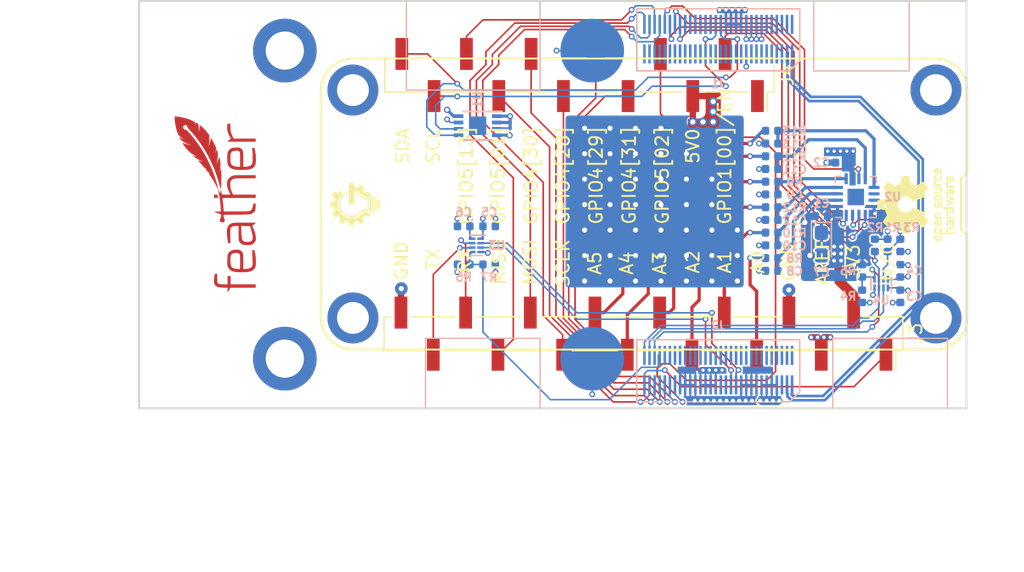
<source format=kicad_pcb>
(kicad_pcb (version 20201002) (generator pcbnew)
  (title_block (title "kimchi_ulid") (date "2019-12-15") (rev "v0.1") (company "GroupGets"))
  (layers (0 "F.Cu" signal) (1 "In1.Cu" power) (2 "In2.Cu" power) (31 "B.Cu" signal) (34 "B.Paste" user) (35 "F.Paste" user) (36 "B.SilkS" user "B.Silkscreen") (37 "F.SilkS" user "F.Silkscreen") (38 "B.Mask" user) (39 "F.Mask" user) (44 "Edge.Cuts" user))
  (net 0 "")
  (net 1 "GND")
  (net 2 "VDD_5V")
  (net 3 "VDD_1V8")
  (net 4 "VDD_3V3")
  (net 5 "I2C4_SCL")
  (net 6 "I2C4_SDA")
  (net 7 "ECSPI2_MISO")
  (net 8 "ECSPI2_MOSI")
  (net 9 "ECSPI2_SS0")
  (net 10 "ECSPI2_SCLK")
  (net 11 "ECSPI1_MISO")
  (net 12 "ECSPI1_MOSI")
  (net 13 "ECSPI1_SS0")
  (net 14 "ECSPI1_SCLK")
  (net 15 "SAI3_TXFS")
  (net 16 "SAI3_MCLK")
  (net 17 "GPIO1[0]")
  (net 18 "GPIO1[1]")
  (net 19 "GPIO1[9]")
  (net 20 "GPIO1[10]")
  (net 21 "UART3_TX")
  (net 22 "UART3_RX")
  (net 23 "PCIE_USB_D_P")
  (net 24 "PCIE_USB_D_N")
  (net 25 "SAI3_TXD")
  (net 26 "SAI3_RXD")
  (net 27 "SAI3_RXFS")
  (net 28 "SAI3_RXC")
  (net 29 "/TX")
  (net 30 "/RX")
  (net 31 "/A5")
  (net 32 "/A4")
  (net 33 "/A3")
  (net 34 "/A2")
  (net 35 "/A1")
  (net 36 "/A0")
  (net 37 "/Aref")
  (net 38 "/EN")
  (net 39 "/GPIO1[1]_HV")
  (net 40 "/A0_F")
  (net 41 "/A3_F")
  (net 42 "/A1_F")
  (net 43 "/A4_F")
  (net 44 "/A2_F")
  (net 45 "/A5_F")
  (net 46 "SAI3_TXC")
  (module "Symbol:OSHW-Logo_5.7x6mm_SilkScreen" (layer "F.Cu") (at 168 110 90)
    (fp_text reference "LOGO1" hide)
    (fp_text value "Logo_Open_Hardware_Small" hide)
  )
  (module "kimchi_ulid:MountingHole_3mm_Pad" (layer "F.Cu") (at 118.45 97.9)
    (fp_text reference "H1" hide)
    (fp_text value "MountingHole_Pad" hide)
    (pad "1" thru_hole circle (at 0 0) (size 5 5) (drill 3) (layers *.Cu *.Mask) (net 1 "GND"))
  )
  (module "kimchi_ulid:MountingHole_3mm_Pad" (layer "F.Cu") (at 118.45 122.1)
    (fp_text reference "H2" hide)
    (fp_text value "MountingHole_Pad" hide)
    (pad "1" thru_hole circle (at 0 0) (size 5 5) (drill 3) (layers *.Cu *.Mask) (net 1 "GND"))
  )
  (module "Connector_PinHeader_2.54mm:PinHeader_1x16_P2.54mm_Vertical_SMD_Pin1Right" (layer "F.Cu") (at 146.624 120.137 -90)
    (fp_text reference "J3" (at 0 -21.38 90) (layer "F.SilkS"))
    (fp_text value "Conn_Left")
    (pad "1" smd rect (at 1.655 -19.05 270) (size 2.51 1) (layers "F.Cu" "F.Paste" "F.Mask") (net 46 "SAI3_TXC"))
    (pad "2" smd rect (at -1.655 -16.51 270) (size 2.51 1) (layers "F.Cu" "F.Paste" "F.Mask") (net 4 "VDD_3V3"))
    (pad "3" smd rect (at 1.655 -13.97 270) (size 2.51 1) (layers "F.Cu" "F.Paste" "F.Mask") (net 37 "/Aref"))
    (pad "4" smd rect (at -1.655 -11.43 270) (size 2.51 1) (layers "F.Cu" "F.Paste" "F.Mask") (net 1 "GND"))
    (pad "5" smd rect (at 1.655 -8.89 270) (size 2.51 1) (layers "F.Cu" "F.Paste" "F.Mask") (net 36 "/A0"))
    (pad "6" smd rect (at -1.655 -6.35 270) (size 2.51 1) (layers "F.Cu" "F.Paste" "F.Mask") (net 35 "/A1"))
    (pad "7" smd rect (at 1.655 -3.81 270) (size 2.51 1) (layers "F.Cu" "F.Paste" "F.Mask") (net 34 "/A2"))
    (pad "8" smd rect (at -1.655 -1.27 270) (size 2.51 1) (layers "F.Cu" "F.Paste" "F.Mask") (net 33 "/A3"))
    (pad "9" smd rect (at 1.655 1.27 270) (size 2.51 1) (layers "F.Cu" "F.Paste" "F.Mask") (net 32 "/A4"))
    (pad "10" smd rect (at -1.655 3.81 270) (size 2.51 1) (layers "F.Cu" "F.Paste" "F.Mask") (net 31 "/A5"))
    (pad "11" smd rect (at 1.655 6.35 270) (size 2.51 1) (layers "F.Cu" "F.Paste" "F.Mask") (net 10 "ECSPI2_SCLK"))
    (pad "12" smd rect (at -1.655 8.89 270) (size 2.51 1) (layers "F.Cu" "F.Paste" "F.Mask") (net 8 "ECSPI2_MOSI"))
    (pad "13" smd rect (at 1.655 11.43 270) (size 2.51 1) (layers "F.Cu" "F.Paste" "F.Mask") (net 7 "ECSPI2_MISO"))
    (pad "14" smd rect (at -1.655 13.97 270) (size 2.51 1) (layers "F.Cu" "F.Paste" "F.Mask") (net 30 "/RX"))
    (pad "15" smd rect (at 1.655 16.51 270) (size 2.51 1) (layers "F.Cu" "F.Paste" "F.Mask") (net 29 "/TX"))
    (pad "16" smd rect (at -1.655 19.05 270) (size 2.51 1) (layers "F.Cu" "F.Paste" "F.Mask") (net 1 "GND"))
  )
  (module "Connector_PinHeader_2.54mm:PinHeader_1x12_P2.54mm_Vertical_SMD_Pin1Right" (layer "F.Cu") (at 141.6075 99.817 -90)
    (fp_text reference "J4" (at 0 -16.3 90) (layer "F.SilkS"))
    (fp_text value "Conn_Right")
    (pad "1" smd rect (at 1.655 -13.97 270) (size 2.51 1) (layers "F.Cu" "F.Paste" "F.Mask"))
    (pad "2" smd rect (at -1.655 -11.43 270) (size 2.51 1) (layers "F.Cu" "F.Paste" "F.Mask") (net 38 "/EN"))
    (pad "3" smd rect (at 1.655 -8.89 270) (size 2.51 1) (layers "F.Cu" "F.Paste" "F.Mask") (net 2 "VDD_5V"))
    (pad "4" smd rect (at -1.655 -6.35 270) (size 2.51 1) (layers "F.Cu" "F.Paste" "F.Mask") (net 16 "SAI3_MCLK"))
    (pad "5" smd rect (at 1.655 -3.81 270) (size 2.51 1) (layers "F.Cu" "F.Paste" "F.Mask") (net 15 "SAI3_TXFS"))
    (pad "6" smd rect (at -1.655 -1.27 270) (size 2.51 1) (layers "F.Cu" "F.Paste" "F.Mask") (net 28 "SAI3_RXC"))
    (pad "7" smd rect (at 1.655 1.27 270) (size 2.51 1) (layers "F.Cu" "F.Paste" "F.Mask") (net 27 "SAI3_RXFS"))
    (pad "8" smd rect (at -1.655 3.81 270) (size 2.51 1) (layers "F.Cu" "F.Paste" "F.Mask") (net 26 "SAI3_RXD"))
    (pad "9" smd rect (at 1.655 6.35 270) (size 2.51 1) (layers "F.Cu" "F.Paste" "F.Mask") (net 25 "SAI3_TXD"))
    (pad "10" smd rect (at -1.655 8.89 270) (size 2.51 1) (layers "F.Cu" "F.Paste" "F.Mask") (net 9 "ECSPI2_SS0"))
    (pad "11" smd rect (at 1.655 11.43 270) (size 2.51 1) (layers "F.Cu" "F.Paste" "F.Mask") (net 5 "I2C4_SCL"))
    (pad "12" smd rect (at -1.655 13.97 270) (size 2.51 1) (layers "F.Cu" "F.Paste" "F.Mask") (net 6 "I2C4_SDA"))
  )
  (module "MountingHole:MountingHole_2.5mm_Pad" (layer "F.Cu") (at 123.8 101)
    (fp_text reference "H5" hide)
    (fp_text value "MountingHole_Pad")
    (pad "1" thru_hole circle (at 0 0) (size 4 4) (drill 2.5) (layers *.Cu *.Mask) (net 1 "GND"))
  )
  (module "MountingHole:MountingHole_2.5mm_Pad" (layer "F.Cu") (at 123.8 118.9)
    (fp_text reference "H6" hide)
    (fp_text value "MountingHole_Pad")
    (pad "1" thru_hole circle (at 0 0) (size 4 4) (drill 2.5) (layers *.Cu *.Mask) (net 1 "GND"))
  )
  (module "MountingHole:MountingHole_2.5mm_Pad" (layer "F.Cu") (at 169.6 101)
    (fp_text reference "H7" hide)
    (fp_text value "MountingHole_Pad")
    (pad "1" thru_hole circle (at 0 0) (size 4 4) (drill 2.5) (layers *.Cu *.Mask) (net 1 "GND"))
  )
  (module "kimchi_ulid:gg-4x4" (layer "F.Cu") (at 124 110 90)
    (fp_text reference "L1" hide)
    (fp_text value "GG_LOGO" hide)
  )
  (module "kimchi_ulid:Untitled" (layer "F.Cu") (at 113 110 90)
    (fp_text reference "FID1" hide)
    (fp_text value "Fiducial" hide)
    (fp_poly (pts (xy -4.235793 0.943019) (xy -4.104142 0.94733) (xy -4.001622 0.956356) (xy -3.921646 0.971606) (xy -3.85763 0.994587) (xy -3.80299 1.026806) (xy -3.751141 1.069769) (xy -3.722152 1.097801) (xy -3.652209 1.181997) (xy -3.602361 1.278226) (xy -3.570105 1.394428) (xy -3.552938 1.538542) (xy -3.548735 1.647812) (xy -3.548398 1.748385) (xy -3.552651 1.819581) (xy -3.563591 1.874284) (xy -3.583316 1.925377) (xy -3.599163 1.957567) (xy -3.64823 2.034812) (xy -3.710053 2.088786) (xy -3.757264 2.115837) (xy -3.788812 2.131595) (xy -3.818746 2.143986) (xy -3.852506 2.15348) (xy -3.895534 2.160547) (xy -3.953271 2.165655) (xy -4.031156 2.169276) (xy -4.134632 2.171878) (xy -4.269138 2.173932) (xy -4.440116 2.175906) (xy -4.454935 2.176068) (xy -4.609432 2.178274) (xy -4.750029 2.181269) (xy -4.871189 2.184858) (xy -4.967373 2.188842) (xy -5.033042 2.193024) (xy -5.062659 2.197207) (xy -5.063588 2.197757) (xy -5.068077 2.224127) (xy -5.067523 2.282454) (xy -5.06222 2.362701) (xy -5.057279 2.413522) (xy -5.030705 2.580269) (xy -4.990224 2.709801) (xy -4.93433 2.805379) (xy -4.861517 2.870263) (xy -4.841027 2.881799) (xy -4.812373 2.895504) (xy -4.783214 2.905891) (xy -4.747819 2.913263) (xy -4.70046 2.917918) (xy -4.635409 2.920159) (xy -4.546935 2.920285) (xy -4.429311 2.918597) (xy -4.276806 2.915396) (xy -4.223696 2.914192) (xy -4.074936 2.910294) (xy -3.937573 2.905746) (xy -3.818127 2.900841) (xy -3.72312 2.895869) (xy -3.65907 2.891122) (xy -3.635375 2.88791) (xy -3.599564 2.881584) (xy -3.582631 2.892308) (xy -3.577509 2.92985) (xy -3.577167 2.968387) (xy -3.577167 3.063043) (xy -3.741208 3.097237) (xy -3.847254 3.117662) (xy -3.962734 3.137346) (xy -4.055058 3.150975) (xy -4.148951 3.159982) (xy -4.264715 3.166229) (xy -4.392204 3.169697) (xy -4.521271 3.170369) (xy -4.641769 3.168226) (xy -4.743553 3.163252) (xy -4.816475 3.155429) (xy -4.83198 3.152339) (xy -4.964726 3.103246) (xy -5.073793 3.02436) (xy -5.161167 2.913247) (xy -5.228833 2.767475) (xy -5.272858 2.612178) (xy -5.285094 2.528292) (xy -5.29368 2.402985) (xy -5.298579 2.237013) (xy -5.299787 2.042584) (xy -5.299016 1.901572) (xy -5.071477 1.901572) (xy -5.067246 1.929679) (xy -5.043941 1.934523) (xy -4.984138 1.938859) (xy -4.893671 1.942496) (xy -4.778374 1.945243) (xy -4.644081 1.946908) (xy -4.528846 1.947334) (xy -4.356761 1.946876) (xy -4.221584 1.945305) (xy -4.117894 1.942326) (xy -4.040274 1.937645) (xy -3.983305 1.930964) (xy -3.941568 1.921991) (xy -3.918199 1.91406) (xy -3.857549 1.880614) (xy -3.818007 1.833028) (xy -3.796626 1.763778) (xy -3.790459 1.665341) (xy -3.79261 1.593503) (xy -3.806651 1.45926) (xy -3.835512 1.35897) (xy -3.882561 1.285829) (xy -3.951167 1.233035) (xy -3.977809 1.219518) (xy -4.021776 1.201461) (xy -4.068079 1.188951) (xy -4.125524 1.181011) (xy -4.202918 1.176666) (xy -4.309065 1.174938) (xy -4.3815 1.17475) (xy -4.554431 1.178489) (xy -4.690954 1.191228) (xy -4.796457 1.215248) (xy -4.876328 1.252831) (xy -4.935956 1.306258) (xy -4.98073 1.377811) (xy -5.005835 1.439103) (xy -5.021367 1.496597) (xy -5.036861 1.576295) (xy -5.050968 1.667419) (xy -5.062339 1.759192) (xy -5.069625 1.840836) (xy -5.071477 1.901572) (xy -5.299016 1.901572) (xy -5.298934 1.886614) (xy -5.296777 1.765228) (xy -5.29273 1.670682) (xy -5.286205 1.595231) (xy -5.276617 1.531131) (xy -5.263378 1.47064) (xy -5.253669 1.433693) (xy -5.20596 1.291123) (xy -5.147587 1.182113) (xy -5.07213 1.098105) (xy -4.973174 1.03054) (xy -4.937458 1.011957) (xy -4.795232 0.941917) (xy -4.403158 0.941917) (xy -4.235793 0.943019)) (layer "F.Cu") (width 0.01))
    (fp_poly (pts (xy 3.728385 0.935142) (xy 3.858682 0.939253) (xy 3.955303 0.944554) (xy 4.026905 0.952177) (xy 4.082146 0.963255) (xy 4.129684 0.97892) (xy 4.15925 0.991507) (xy 4.268178 1.053229) (xy 4.351456 1.13088) (xy 4.411958 1.229911) (xy 4.452562 1.355772) (xy 4.476143 1.513912) (xy 4.482296 1.603612) (xy 4.48349 1.754532) (xy 4.469245 1.872204) (xy 4.437705 1.963478) (xy 4.387012 2.035201) (xy 4.357809 2.062626) (xy 4.314212 2.095481) (xy 4.266537 2.121703) (xy 4.209636 2.142011) (xy 4.138363 2.157125) (xy 4.047571 2.167766) (xy 3.932114 2.174652) (xy 3.786845 2.178503) (xy 3.606618 2.180039) (xy 3.517264 2.180167) (xy 2.957045 2.180167) (xy 2.969836 2.354792) (xy 2.992198 2.536621) (xy 3.030334 2.680681) (xy 3.085064 2.788804) (xy 3.157204 2.862826) (xy 3.209244 2.891656) (xy 3.251662 2.900561) (xy 3.328349 2.908281) (xy 3.431252 2.914652) (xy 3.552319 2.91951) (xy 3.683498 2.922691) (xy 3.816736 2.924032) (xy 3.94398 2.923369) (xy 4.057179 2.920537) (xy 4.14828 2.915373) (xy 4.185708 2.911524) (xy 4.267933 2.900883) (xy 4.350856 2.890214) (xy 4.360333 2.889) (xy 4.445 2.878167) (xy 4.445 3.066279) (xy 4.291542 3.099267) (xy 4.119548 3.130704) (xy 3.938176 3.154082) (xy 3.755598 3.169139) (xy 3.579987 3.175609) (xy 3.419516 3.173228) (xy 3.282358 3.161733) (xy 3.176685 3.140858) (xy 3.16087 3.135819) (xy 3.047964 3.08526) (xy 2.954527 3.016447) (xy 2.879223 2.926068) (xy 2.820713 2.810811) (xy 2.777661 2.667367) (xy 2.748729 2.492423) (xy 2.732579 2.282668) (xy 2.727873 2.06375) (xy 2.729857 1.949904) (xy 2.956812 1.949904) (xy 3.530071 1.943327) (xy 3.70142 1.941208) (xy 3.835641 1.938968) (xy 3.93794 1.936187) (xy 4.01352 1.932448) (xy 4.067586 1.92733) (xy 4.105343 1.920414) (xy 4.131995 1.911281) (xy 4.152747 1.899512) (xy 4.162731 1.892363) (xy 4.212411 1.837967) (xy 4.240371 1.762062) (xy 4.247774 1.658992) (xy 4.236891 1.531282) (xy 4.215304 1.41537) (xy 4.182892 1.331769) (xy 4.133942 1.270765) (xy 4.062739 1.222645) (xy 4.052051 1.217084) (xy 4.01467 1.200553) (xy 3.972953 1.188911) (xy 3.918913 1.181334) (xy 3.844562 1.177) (xy 3.741914 1.175089) (xy 3.640667 1.17475) (xy 3.513209 1.175241) (xy 3.419719 1.177355) (xy 3.351838 1.182051) (xy 3.301204 1.19029) (xy 3.259457 1.203032) (xy 3.218238 1.221235) (xy 3.21284 1.223877) (xy 3.13371 1.274155) (xy 3.07305 1.340943) (xy 3.028266 1.430012) (xy 2.996764 1.547136) (xy 2.975952 1.698085) (xy 2.97046 1.76341) (xy 2.956812 1.949904) (xy 2.729857 1.949904) (xy 2.73191 1.832173) (xy 2.745644 1.637655) (xy 2.76997 1.475847) (xy 2.805784 1.3424) (xy 2.853979 1.232965) (xy 2.915453 1.143192) (xy 2.917982 1.140204) (xy 2.988692 1.070196) (xy 3.070582 1.016254) (xy 3.169148 0.976987) (xy 3.289884 0.951006) (xy 3.438287 0.936919) (xy 3.619849 0.933337) (xy 3.728385 0.935142)) (layer "F.Cu") (width 0.01))
    (fp_poly (pts (xy -2.032922 0.90533) (xy -1.934592 0.913661) (xy -1.914192 0.91726) (xy -1.760368 0.965148) (xy -1.636417 1.038383) (xy -1.545444 1.135014) (xy -1.530705 1.158293) (xy -1.504311 1.206412) (xy -1.482398 1.255467) (xy -1.46456 1.309783) (xy -1.450389 1.373688) (xy -1.439477 1.451506) (xy -1.431417 1.547564) (xy -1.425802 1.666187) (xy -1.422224 1.811703) (xy -1.420277 1.988436) (xy -1.419551 2.200712) (xy -1.419529 2.338917) (xy -1.420008 3.164417) (xy -1.543227 3.028933) (xy -1.666446 2.89345) (xy -1.896848 2.989364) (xy -2.143251 3.081559) (xy -2.364142 3.142489) (xy -2.558842 3.172038) (xy -2.726675 3.170094) (xy -2.836333 3.147328) (xy -2.889149 3.120345) (xy -2.955556 3.072358) (xy -3.019188 3.015639) (xy -3.080034 2.947502) (xy -3.123805 2.877292) (xy -3.152624 2.796883) (xy -3.168614 2.698144) (xy -3.173899 2.572949) (xy -3.171333 2.433117) (xy -3.169955 2.40993) (xy -2.937412 2.40993) (xy -2.936332 2.570941) (xy -2.919972 2.69567) (xy -2.890087 2.786762) (xy -2.84278 2.851802) (xy -2.774153 2.898378) (xy -2.766138 2.902232) (xy -2.689624 2.926227) (xy -2.593755 2.933919) (xy -2.473426 2.925006) (xy -2.323532 2.899184) (xy -2.185849 2.867857) (xy -2.075769 2.839322) (xy -1.960858 2.806994) (xy -1.860559 2.77642) (xy -1.830917 2.766618) (xy -1.68275 2.716037) (xy -1.676947 2.363435) (xy -1.671143 2.010834) (xy -1.719183 2.010834) (xy -1.792431 2.01237) (xy -1.893506 2.0166) (xy -2.013951 2.022953) (xy -2.145307 2.03086) (xy -2.279114 2.039752) (xy -2.406914 2.049058) (xy -2.520248 2.05821) (xy -2.610658 2.066637) (xy -2.669683 2.073771) (xy -2.679686 2.075509) (xy -2.784712 2.113689) (xy -2.862278 2.181387) (xy -2.91298 2.279751) (xy -2.937412 2.40993) (xy -3.169955 2.40993) (xy -3.163089 2.294424) (xy -3.147267 2.188178) (xy -3.120589 2.104709) (xy -3.079773 2.034349) (xy -3.02154 1.96743) (xy -3.009213 1.955254) (xy -2.965878 1.917035) (xy -2.919753 1.886688) (xy -2.865524 1.863329) (xy -2.797883 1.846076) (xy -2.711517 1.834047) (xy -2.601118 1.826359) (xy -2.461373 1.822128) (xy -2.286972 1.820473) (xy -2.197492 1.820334) (xy -1.672167 1.820334) (xy -1.672167 1.623735) (xy -1.674107 1.520394) (xy -1.681362 1.446171) (xy -1.696084 1.38797) (xy -1.719792 1.333933) (xy -1.753959 1.271793) (xy -1.788429 1.225805) (xy -1.830026 1.193553) (xy -1.885576 1.172623) (xy -1.961901 1.160597) (xy -2.065828 1.155062) (xy -2.204179 1.153601) (xy -2.229309 1.153584) (xy -2.36876 1.154711) (xy -2.515273 1.157805) (xy -2.653948 1.162434) (xy -2.769884 1.168164) (xy -2.799292 1.170127) (xy -3.026833 1.18667) (xy -3.026833 1.090752) (xy -3.022659 1.033715) (xy -3.012089 0.999364) (xy -3.005676 0.994834) (xy -2.976414 0.991505) (xy -2.916288 0.982611) (xy -2.83615 0.969791) (xy -2.799301 0.963658) (xy -2.639167 0.940222) (xy -2.47353 0.922203) (xy -2.311322 0.910069) (xy -2.161476 0.904288) (xy -2.032922 0.90533)) (layer "F.Cu") (width 0.01))
    (fp_poly (pts (xy 6.912225 -3.024942) (xy 6.868337 -2.705294) (xy 6.793035 -2.378549) (xy 6.690535 -2.060465) (xy 6.588698 -1.816187) (xy 6.536294 -1.710837) (xy 6.490792 -1.639372) (xy 6.445525 -1.595576) (xy 6.393829 -1.573234) (xy 6.329036 -1.56613) (xy 6.320383 -1.566009) (xy 6.267924 -1.55575) (xy 6.244167 -1.544346) (xy 6.238406 -1.533158) (xy 6.270189 -1.531491) (xy 6.323542 -1.536813) (xy 6.385323 -1.541644) (xy 6.42567 -1.539341) (xy 6.434667 -1.533878) (xy 6.424757 -1.507172) (xy 6.39957 -1.458165) (xy 6.382613 -1.428313) (xy 6.345288 -1.372499) (xy 6.30716 -1.343322) (xy 6.250365 -1.328675) (xy 6.231492 -1.325912) (xy 6.168326 -1.319997) (xy 6.07683 -1.314855) (xy 5.971006 -1.31116) (xy 5.897254 -1.30981) (xy 5.662083 -1.307287) (xy 5.799667 -1.279437) (xy 5.900376 -1.261466) (xy 6.012705 -1.244939) (xy 6.080125 -1.236892) (xy 6.151599 -1.227495) (xy 6.202839 -1.216855) (xy 6.222988 -1.20724) (xy 6.223 -1.207045) (xy 6.20986 -1.185661) (xy 6.174498 -1.140392) (xy 6.123003 -1.078831) (xy 6.085856 -1.036051) (xy 5.931347 -0.874183) (xy 5.760342 -0.718447) (xy 5.588674 -0.583036) (xy 5.549718 -0.55554) (xy 5.434501 -0.47625) (xy 5.156709 -0.478423) (xy 4.920518 -0.487638) (xy 4.717478 -0.511073) (xy 4.575972 -0.54127) (xy 4.570681 -0.539301) (xy 4.597593 -0.523274) (xy 4.622127 -0.510798) (xy 4.67937 -0.488252) (xy 4.763824 -0.4617) (xy 4.861193 -0.435467) (xy 4.907877 -0.424358) (xy 5.035142 -0.39594) (xy 5.12489 -0.375383) (xy 5.180518 -0.359677) (xy 5.205424 -0.34581) (xy 5.203004 -0.330773) (xy 5.176655 -0.311555) (xy 5.129775 -0.285146) (xy 5.090142 -0.262835) (xy 5.008428 -0.217622) (xy 4.903609 -0.162251) (xy 4.790863 -0.104638) (xy 4.710838 -0.065014) (xy 4.479259 0.047724) (xy 4.252215 0.029154) (xy 4.161411 0.022545) (xy 4.089875 0.018912) (xy 4.04569 0.01856) (xy 4.035588 0.020988) (xy 4.059986 0.030827) (xy 4.114034 0.046687) (xy 4.186111 0.065162) (xy 4.187294 0.065447) (xy 4.328583 0.099502) (xy 4.250537 0.134146) (xy 4.154285 0.162481) (xy 4.026634 0.178805) (xy 3.876718 0.18331) (xy 3.713675 0.176192) (xy 3.546641 0.157642) (xy 3.384751 0.127855) (xy 3.330401 0.114655) (xy 3.26509 0.099311) (xy 3.218434 0.091477) (xy 3.202919 0.092025) (xy 3.216627 0.103156) (xy 3.261367 0.124585) (xy 3.328166 0.152772) (xy 3.40805 0.184172) (xy 3.492045 0.215243) (xy 3.571178 0.242443) (xy 3.628494 0.260036) (xy 3.683082 0.278474) (xy 3.711954 0.294627) (xy 3.712294 0.301894) (xy 3.684408 0.310681) (xy 3.623992 0.325066) (xy 3.540157 0.343) (xy 3.4493 0.361039) (xy 3.207176 0.393419) (xy 2.972867 0.394047) (xy 2.730647 0.362706) (xy 2.669136 0.350306) (xy 2.593456 0.335136) (xy 2.535817 0.325547) (xy 2.506861 0.323263) (xy 2.505501 0.323777) (xy 2.520596 0.333246) (xy 2.566923 0.352187) (xy 2.63545 0.37699) (xy 2.657569 0.384556) (xy 2.81666 0.438313) (xy 2.685808 0.45199) (xy 2.605296 0.457343) (xy 2.490394 0.460755) (xy 2.348999 0.462283) (xy 2.18901 0.461985) (xy 2.018322 0.459918) (xy 1.844832 0.45614) (xy 1.676438 0.450708) (xy 1.521037 0.443679) (xy 1.517386 0.443484) (xy 1.410768 0.437173) (xy 1.320246 0.430733) (xy 1.253742 0.424809) (xy 1.219177 0.420048) (xy 1.216199 0.418922) (xy 1.232197 0.410915) (xy 1.282188 0.395051) (xy 1.359017 0.373411) (xy 1.455528 0.348079) (xy 1.487396 0.340033) (xy 1.610305 0.306917) (xy 2.455333 0.306917) (xy 2.465917 0.3175) (xy 2.4765 0.306917) (xy 2.465917 0.296334) (xy 2.455333 0.306917) (xy 1.610305 0.306917) (xy 1.739128 0.272208) (xy 2.012765 0.189977) (xy 2.292617 0.098398) (xy 2.562995 0.002527) (xy 2.719917 -0.057214) (xy 2.864674 -0.116825) (xy 3.03576 -0.191786) (xy 3.223358 -0.27742) (xy 3.417649 -0.369048) (xy 3.608815 -0.461992) (xy 3.787038 -0.551575) (xy 3.9425 -0.633116) (xy 4.029994 -0.681466) (xy 4.39131 -0.897603) (xy 4.747841 -1.131267) (xy 5.09154 -1.376582) (xy 5.414361 -1.627672) (xy 5.708258 -1.878661) (xy 5.852583 -2.012544) (xy 5.939949 -2.092939) (xy 6.006937 -2.146002) (xy 6.06053 -2.176704) (xy 6.100416 -2.188868) (xy 6.168972 -2.217089) (xy 6.226516 -2.268246) (xy 6.260769 -2.329664) (xy 6.265333 -2.35911) (xy 6.247521 -2.428048) (xy 6.202368 -2.493714) (xy 6.142297 -2.538314) (xy 6.139331 -2.539586) (xy 6.061764 -2.551518) (xy 5.988805 -2.52813) (xy 5.929338 -2.47622) (xy 5.892245 -2.402586) (xy 5.884333 -2.344464) (xy 5.878043 -2.316721) (xy 5.857028 -2.281193) (xy 5.818073 -2.234537) (xy 5.757963 -2.173415) (xy 5.673484 -2.094487) (xy 5.561419 -1.994414) (xy 5.472343 -1.916516) (xy 5.043388 -1.568213) (xy 4.580609 -1.23884) (xy 4.08942 -0.931439) (xy 3.575234 -0.649051) (xy 3.043467 -0.394718) (xy 2.499533 -0.171482) (xy 2.137833 -0.043103) (xy 2.029115 -0.008107) (xy 1.905137 0.029853) (xy 1.773092 0.068784) (xy 1.64017 0.106696) (xy 1.513563 0.141597) (xy 1.400462 0.171496) (xy 1.308058 0.194401) (xy 1.243542 0.208321) (xy 1.217829 0.211667) (xy 1.225429 0.203441) (xy 1.263859 0.18156) (xy 1.325563 0.150221) (xy 1.348105 0.139305) (xy 1.491857 0.066175) (xy 1.659435 -0.026146) (xy 1.84061 -0.131701) (xy 2.025156 -0.244533) (xy 2.201333 -0.357686) (xy 2.291249 -0.416773) (xy 2.36877 -0.467227) (xy 2.426926 -0.504547) (xy 2.458745 -0.524233) (xy 2.462001 -0.525979) (xy 2.469968 -0.512685) (xy 2.468913 -0.470195) (xy 2.46648 -0.452014) (xy 2.460967 -0.41156) (xy 2.463372 -0.399836) (xy 2.476823 -0.419714) (xy 2.504446 -0.474067) (xy 2.515911 -0.497416) (xy 2.582448 -0.606012) (xy 2.661341 -0.681541) (xy 2.665802 -0.684653) (xy 2.753491 -0.74489) (xy 2.739823 -0.684653) (xy 2.735854 -0.656968) (xy 2.74493 -0.657616) (xy 2.770661 -0.689348) (xy 2.799627 -0.73025) (xy 2.852961 -0.79707) (xy 2.924892 -0.874328) (xy 3.000718 -0.946325) (xy 3.007797 -0.9525) (xy 3.087501 -1.022176) (xy 3.181639 -1.105641) (xy 3.273482 -1.188034) (xy 3.299785 -1.211865) (xy 3.366188 -1.271271) (xy 3.419835 -1.317489) (xy 3.453884 -1.344726) (xy 3.462354 -1.349448) (xy 3.459567 -1.328083) (xy 3.447717 -1.275217) (xy 3.42897 -1.200165) (xy 3.417055 -1.154858) (xy 3.395643 -1.071742) (xy 3.380165 -1.005761) (xy 3.372742 -0.966285) (xy 3.372785 -0.959326) (xy 3.383285 -0.973798) (xy 3.404412 -1.017786) (xy 3.428563 -1.074468) (xy 3.527509 -1.296408) (xy 3.626832 -1.477514) (xy 3.726167 -1.617147) (xy 3.759556 -1.65472) (xy 3.812835 -1.710011) (xy 3.852791 -1.749792) (xy 3.87253 -1.767253) (xy 3.8735 -1.767289) (xy 3.866678 -1.745371) (xy 3.84847 -1.693374) (xy 3.822263 -1.620892) (xy 3.810532 -1.588944) (xy 3.783319 -1.51231) (xy 3.764413 -1.453477) (xy 3.756621 -1.421454) (xy 3.757311 -1.418166) (xy 3.770936 -1.435569) (xy 3.797513 -1.481307) (xy 3.831418 -1.545671) (xy 3.833139 -1.549074) (xy 3.92645 -1.724943) (xy 4.014254 -1.869113) (xy 4.103165 -1.990447) (xy 4.199796 -2.097806) (xy 4.310764 -2.200053) (xy 4.333011 -2.218798) (xy 4.429251 -2.297095) (xy 4.527078 -2.373465) (xy 4.620646 -2.443701) (xy 4.704107 -2.503596) (xy 4.771615 -2.548943) (xy 4.817325 -2.575533) (xy 4.834934 -2.580017) (xy 4.831849 -2.557839) (xy 4.817392 -2.50431) (xy 4.794048 -2.428084) (xy 4.771619 -2.359485) (xy 4.739565 -2.254696) (xy 4.71233 -2.148866) (xy 4.693832 -2.058022) (xy 4.688852 -2.020818) (xy 4.677231 -1.894416) (xy 4.716061 -2.021416) (xy 4.776502 -2.192032) (xy 4.849443 -2.353858) (xy 4.89994 -2.44475) (xy 5.101167 -2.44475) (xy 5.11175 -2.434166) (xy 5.122333 -2.44475) (xy 5.11175 -2.455333) (xy 5.101167 -2.44475) (xy 4.89994 -2.44475) (xy 4.930856 -2.500395) (xy 5.016713 -2.625143) (xy 5.102986 -2.721604) (xy 5.185647 -2.783278) (xy 5.1895 -2.785274) (xy 5.247506 -2.813821) (xy 5.28837 -2.832352) (xy 5.299977 -2.836333) (xy 5.294579 -2.819358) (xy 5.27206 -2.773797) (xy 5.23652 -2.707696) (xy 5.213298 -2.666189) (xy 5.172136 -2.59116) (xy 5.141697 -2.531054) (xy 5.126189 -2.494436) (xy 5.125446 -2.487498) (xy 5.140744 -2.49962) (xy 5.174958 -2.539171) (xy 5.222296 -2.59921) (xy 5.255034 -2.642783) (xy 5.31671 -2.723325) (xy 5.378099 -2.79857) (xy 5.429185 -2.856411) (xy 5.444996 -2.872445) (xy 5.512911 -2.919382) (xy 5.616345 -2.967503) (xy 5.748584 -3.015087) (xy 5.902914 -3.060413) (xy 6.072621 -3.101758) (xy 6.250991 -3.137401) (xy 6.431309 -3.165621) (xy 6.606861 -3.184694) (xy 6.682747 -3.189847) (xy 6.927559 -3.202967) (xy 6.912225 -3.024942)) (layer "F.Cu") (width 0.01))
    (fp_poly (pts (xy -0.546286 0.169334) (xy -0.53975 0.433917) (xy -0.47625 0.432032) (xy -0.3139 0.424014) (xy -0.126593 0.40943) (xy 0.077136 0.389389) (xy 0.288753 0.365001) (xy 0.499724 0.337375) (xy 0.701514 0.30762) (xy 0.885588 0.276846) (xy 1.043412 0.246162) (xy 1.153583 0.220175) (xy 1.181632 0.215416) (xy 1.175791 0.224158) (xy 1.141231 0.243579) (xy 1.083122 0.270858) (xy 1.006635 0.303176) (xy 0.987293 0.310904) (xy 0.912648 0.343573) (xy 0.877343 0.367833) (xy 0.882031 0.384678) (xy 0.927362 0.395105) (xy 1.013988 0.40011) (xy 1.045986 0.400679) (xy 1.109713 0.403511) (xy 1.149734 0.409384) (xy 1.157557 0.415832) (xy 1.131789 0.426089) (xy 1.075058 0.441505) (xy 0.997976 0.459293) (xy 0.96882 0.465426) (xy 0.79375 0.501354) (xy 0.787925 0.845286) (xy 0.786926 0.959811) (xy 0.787879 1.057189) (xy 0.790571 1.130611) (xy 0.794786 1.173267) (xy 0.798508 1.181184) (xy 0.823264 1.168988) (xy 0.877299 1.142328) (xy 0.951936 1.105487) (xy 1.016 1.073856) (xy 1.231396 0.981696) (xy 1.43053 0.926685) (xy 1.616537 0.90834) (xy 1.792547 0.926181) (xy 1.8624 0.943799) (xy 1.982206 0.999587) (xy 2.092722 1.088766) (xy 2.185427 1.202398) (xy 2.2518 1.331548) (xy 2.262846 1.363799) (xy 2.274132 1.402395) (xy 2.283325 1.440972) (xy 2.290641 1.484184) (xy 2.296291 1.536685) (xy 2.300489 1.603126) (xy 2.303448 1.688161) (xy 2.305382 1.796443) (xy 2.306504 1.932624) (xy 2.307028 2.101359) (xy 2.307166 2.307299) (xy 2.307167 2.330563) (xy 2.307167 3.153834) (xy 2.07735 3.153834) (xy 2.07055 2.312459) (xy 2.068706 2.099878) (xy 2.0668 1.925414) (xy 2.064619 1.784852) (xy 2.061948 1.673975) (xy 2.058575 1.588568) (xy 2.054286 1.524415) (xy 2.048868 1.477299) (xy 2.042108 1.443006) (xy 2.033793 1.417319) (xy 2.024232 1.397) (xy 1.963885 1.299066) (xy 1.898802 1.230439) (xy 1.820397 1.186712) (xy 1.720086 1.163477) (xy 1.589283 1.156326) (xy 1.55575 1.156472) (xy 1.437725 1.161288) (xy 1.332289 1.17464) (xy 1.227975 1.199449) (xy 1.113319 1.238635) (xy 0.976854 1.295116) (xy 0.930049 1.315825) (xy 0.783167 1.381501) (xy 0.783167 3.153834) (xy 0.529167 3.153834) (xy 0.529167 1.852084) (xy 0.529112 1.584679) (xy 0.52889 1.356512) (xy 0.528412 1.164488) (xy 0.527591 1.00551) (xy 0.526337 0.876485) (xy 0.524564 0.774315) (xy 0.522182 0.695907) (xy 0.519104 0.638164) (xy 0.515242 0.597991) (xy 0.510507 0.572292) (xy 0.504811 0.557973) (xy 0.498066 0.551937) (xy 0.492125 0.550987) (xy 0.453179 0.553913) (xy 0.386669 0.560955) (xy 0.306988 0.57059) (xy 0.306917 0.570599) (xy -0.017724 0.606868) (xy -0.338667 0.632412) (xy -0.53975 0.645584) (xy -0.53975 1.61925) (xy -0.53964 1.849784) (xy -0.539214 2.041962) (xy -0.53833 2.199763) (xy -0.536845 2.327164) (xy -0.534616 2.428142) (xy -0.531499 2.506675) (xy -0.527353 2.566741) (xy -0.522034 2.612318) (xy -0.515399 2.647382) (xy -0.507306 2.675912) (xy -0.501188 2.692857) (xy -0.465374 2.768546) (xy -0.419643 2.825563) (xy -0.356103 2.869173) (xy -0.266865 2.904642) (xy -0.144039 2.937234) (xy -0.130224 2.940397) (xy 0.084667 2.98912) (xy 0.084667 3.153834) (xy -0.132292 3.151646) (xy -0.234137 3.148554) (xy -0.329288 3.14205) (xy -0.403825 3.133246) (xy -0.431379 3.127725) (xy -0.522491 3.084016) (xy -0.609101 3.006456) (xy -0.683246 2.903382) (xy -0.722515 2.822888) (xy -0.733971 2.793728) (xy -0.743572 2.765402) (xy -0.751527 2.73397) (xy -0.758043 2.695493) (xy -0.763326 2.646033) (xy -0.767586 2.581649) (xy -0.77103 2.498403) (xy -0.773864 2.392356) (xy -0.776297 2.259569) (xy -0.778537 2.096102) (xy -0.78079 1.898016) (xy -0.783154 1.672167) (xy -0.79375 0.645584) (xy -0.904265 0.639207) (xy -0.982708 0.639803) (xy -1.039235 0.655597) (xy -1.078277 0.679776) (xy -1.161348 0.72071) (xy -1.243002 0.726236) (xy -1.314829 0.70005) (xy -1.368421 0.645845) (xy -1.395369 0.567316) (xy -1.397 0.53975) (xy -1.379555 0.455661) (xy -1.332868 0.394437) (xy -1.265416 0.359719) (xy -1.185673 0.355148) (xy -1.102115 0.384363) (xy -1.075603 0.401701) (xy -1.021104 0.429851) (xy -0.947913 0.442726) (xy -0.891708 0.4445) (xy -0.765701 0.4445) (xy -0.708019 0.291042) (xy -0.671556 0.195924) (xy -0.632657 0.097372) (xy -0.60158 0.021167) (xy -0.552823 -0.09525) (xy -0.546286 0.169334)) (layer "F.Cu") (width 0.01))
    (fp_poly (pts (xy 0.783167 0.018902) (xy 0.781601 0.08965) (xy 0.770996 0.132478) (xy 0.742493 0.156567) (xy 0.687232 0.1711) (xy 0.627123 0.180617) (xy 0.529167 0.195307) (xy 0.529167 -0.105833) (xy 0.783167 -0.105833) (xy 0.783167 0.018902)) (layer "F.Cu") (width 0.01))
    (fp_poly (pts (xy -5.858079 -0.109198) (xy -5.827122 -0.105821) (xy -5.725977 -0.092782) (xy -5.629965 -0.078322) (xy -5.554079 -0.064778) (xy -5.529792 -0.059435) (xy -5.473768 -0.043143) (xy -5.447729 -0.02223) (xy -5.440219 0.016582) (xy -5.439833 0.044846) (xy -5.439833 0.127) (xy -5.775646 0.127) (xy -5.903691 0.12743) (xy -5.996622 0.129253) (xy -6.061654 0.133267) (xy -6.106002 0.140273) (xy -6.136882 0.151069) (xy -6.161509 0.166455) (xy -6.1665 0.170296) (xy -6.202511 0.207115) (xy -6.229038 0.25692) (xy -6.247321 0.325883) (xy -6.2586 0.420173) (xy -6.264116 0.545958) (xy -6.265215 0.661459) (xy -6.265333 0.9525) (xy -5.609167 0.9525) (xy -5.609167 1.185334) (xy -6.265333 1.185334) (xy -6.265333 3.153834) (xy -6.519333 3.153834) (xy -6.519667 1.17475) (xy -6.880047 0.963084) (xy -6.519333 0.950852) (xy -6.518957 0.755884) (xy -6.514457 0.574887) (xy -6.502234 0.41166) (xy -6.483122 0.272729) (xy -6.457955 0.16462) (xy -6.436385 0.109202) (xy -6.370052 0.012066) (xy -6.282524 -0.057117) (xy -6.170332 -0.099572) (xy -6.030007 -0.116524) (xy -5.858079 -0.109198)) (layer "F.Cu") (width 0.01))
    (fp_poly (pts (xy 6.079568 0.926498) (xy 6.174696 0.928367) (xy 6.25456 0.93213) (xy 6.309366 0.937194) (xy 6.328277 0.941573) (xy 6.340617 0.968777) (xy 6.348491 1.023748) (xy 6.350007 1.064874) (xy 6.350014 1.17475) (xy 6.069548 1.17475) (xy 5.93157 1.177005) (xy 5.817267 1.185652) (xy 5.714606 1.203511) (xy 5.611551 1.233404) (xy 5.496067 1.278152) (xy 5.356121 1.340577) (xy 5.349875 1.343467) (xy 5.185833 1.419449) (xy 5.185833 3.153834) (xy 4.953 3.153834) (xy 4.953669 2.047875) (xy 4.954338 0.941917) (xy 5.009585 1.005417) (xy 5.060809 1.064284) (xy 5.117061 1.128918) (xy 5.127704 1.141146) (xy 5.190576 1.213375) (xy 5.39458 1.105827) (xy 5.541116 1.032831) (xy 5.666529 0.981754) (xy 5.78365 0.949236) (xy 5.905315 0.931919) (xy 6.044355 0.926441) (xy 6.079568 0.926498)) (layer "F.Cu") (width 0.01))
  )
  (module "MountingHole:MountingHole_2.5mm_Pad" (layer "F.Cu") (at 169.6 118.9)
    (fp_text reference "H8" hide)
    (fp_text value "MountingHole_Pad")
    (pad "" thru_hole circle (at 0 0) (size 4 4) (drill 2.5) (layers "F.Cu" "F.Mask"))
  )
  (module "kimchi_ulid:DF40HC(3.5)-60DS" (layer "B.Cu") (at 152.5 123 180)
    (fp_text reference "J2" (at 0 3.5 180) (layer "B.SilkS") (effects (font (size 0.65 0.65)) (justify mirror)))
    (fp_text value "DF40HC(3.5)-60DS" hide)
    (pad "1" smd rect (at -5.8 1.16 180) (size 0.2 1.5) (layers "B.Cu" "B.Paste" "B.Mask"))
    (pad "2" smd rect (at -5.4 1.16 180) (size 0.2 1.5) (layers "B.Cu" "B.Paste" "B.Mask"))
    (pad "3" smd rect (at -5 1.16 180) (size 0.2 1.5) (layers "B.Cu" "B.Paste" "B.Mask"))
    (pad "4" smd rect (at -4.6 1.16 180) (size 0.2 1.5) (layers "B.Cu" "B.Paste" "B.Mask"))
    (pad "5" smd rect (at -4.2 1.16 180) (size 0.2 1.5) (layers "B.Cu" "B.Paste" "B.Mask"))
    (pad "6" smd rect (at -3.8 1.16 180) (size 0.2 1.5) (layers "B.Cu" "B.Paste" "B.Mask"))
    (pad "7" smd rect (at -3.4 1.16 180) (size 0.2 1.5) (layers "B.Cu" "B.Paste" "B.Mask"))
    (pad "8" smd rect (at -3 1.16 180) (size 0.2 1.5) (layers "B.Cu" "B.Paste" "B.Mask"))
    (pad "9" smd rect (at -2.6 1.16 180) (size 0.2 1.5) (layers "B.Cu" "B.Paste" "B.Mask"))
    (pad "10" smd rect (at -2.2 1.16 180) (size 0.2 1.5) (layers "B.Cu" "B.Paste" "B.Mask"))
    (pad "11" smd rect (at -1.8 1.16 180) (size 0.2 1.5) (layers "B.Cu" "B.Paste" "B.Mask"))
    (pad "12" smd rect (at -1.4 1.16 180) (size 0.2 1.5) (layers "B.Cu" "B.Paste" "B.Mask"))
    (pad "13" smd rect (at -1 1.16 180) (size 0.2 1.5) (layers "B.Cu" "B.Paste" "B.Mask"))
    (pad "14" smd rect (at -0.6 1.16 180) (size 0.2 1.5) (layers "B.Cu" "B.Paste" "B.Mask"))
    (pad "15" smd rect (at -0.2 1.16 180) (size 0.2 1.5) (layers "B.Cu" "B.Paste" "B.Mask"))
    (pad "16" smd rect (at 0.2 1.16 180) (size 0.2 1.5) (layers "B.Cu" "B.Paste" "B.Mask"))
    (pad "17" smd rect (at 0.6 1.16 180) (size 0.2 1.5) (layers "B.Cu" "B.Paste" "B.Mask"))
    (pad "18" smd rect (at 1 1.16 180) (size 0.2 1.5) (layers "B.Cu" "B.Paste" "B.Mask"))
    (pad "19" smd rect (at 1.4 1.16 180) (size 0.2 1.5) (layers "B.Cu" "B.Paste" "B.Mask"))
    (pad "20" smd rect (at 1.8 1.16 180) (size 0.2 1.5) (layers "B.Cu" "B.Paste" "B.Mask"))
    (pad "21" smd rect (at 2.2 1.16 180) (size 0.2 1.5) (layers "B.Cu" "B.Paste" "B.Mask"))
    (pad "22" smd rect (at 2.6 1.16 180) (size 0.2 1.5) (layers "B.Cu" "B.Paste" "B.Mask"))
    (pad "23" smd rect (at 3 1.16 180) (size 0.2 1.5) (layers "B.Cu" "B.Paste" "B.Mask"))
    (pad "24" smd rect (at 3.4 1.16 180) (size 0.2 1.5) (layers "B.Cu" "B.Paste" "B.Mask"))
    (pad "25" smd rect (at 3.8 1.16 180) (size 0.2 1.5) (layers "B.Cu" "B.Paste" "B.Mask"))
    (pad "26" smd rect (at 4.2 1.16 180) (size 0.2 1.5) (layers "B.Cu" "B.Paste" "B.Mask"))
    (pad "27" smd rect (at 4.6 1.16 180) (size 0.2 1.5) (layers "B.Cu" "B.Paste" "B.Mask") (net 20 "GPIO1[10]"))
    (pad "28" smd rect (at 5 1.16 180) (size 0.2 1.5) (layers "B.Cu" "B.Paste" "B.Mask") (net 19 "GPIO1[9]"))
    (pad "29" smd rect (at 5.4 1.16 180) (size 0.2 1.5) (layers "B.Cu" "B.Paste" "B.Mask") (net 18 "GPIO1[1]"))
    (pad "30" smd rect (at 5.8 1.16 180) (size 0.2 1.5) (layers "B.Cu" "B.Paste" "B.Mask") (net 17 "GPIO1[0]"))
    (pad "31" smd rect (at 5.8 -1.16 180) (size 0.2 1.5) (layers "B.Cu" "B.Paste" "B.Mask") (net 46 "SAI3_TXC"))
    (pad "32" smd rect (at 5.4 -1.16 180) (size 0.2 1.5) (layers "B.Cu" "B.Paste" "B.Mask") (net 25 "SAI3_TXD"))
    (pad "33" smd rect (at 5 -1.16 180) (size 0.2 1.5) (layers "B.Cu" "B.Paste" "B.Mask") (net 26 "SAI3_RXD"))
    (pad "34" smd rect (at 4.6 -1.16 180) (size 0.2 1.5) (layers "B.Cu" "B.Paste" "B.Mask") (net 27 "SAI3_RXFS"))
    (pad "35" smd rect (at 4.2 -1.16 180) (size 0.2 1.5) (layers "B.Cu" "B.Paste" "B.Mask") (net 28 "SAI3_RXC"))
    (pad "36" smd rect (at 3.8 -1.16 180) (size 0.2 1.5) (layers "B.Cu" "B.Paste" "B.Mask") (net 15 "SAI3_TXFS"))
    (pad "37" smd rect (at 3.4 -1.16 180) (size 0.2 1.5) (layers "B.Cu" "B.Paste" "B.Mask") (net 16 "SAI3_MCLK"))
    (pad "38" smd rect (at 3 -1.16 180) (size 0.2 1.5) (layers "B.Cu" "B.Paste" "B.Mask") (net 1 "GND"))
    (pad "39" smd rect (at 2.6 -1.16 180) (size 0.2 1.5) (layers "B.Cu" "B.Paste" "B.Mask") (net 1 "GND"))
    (pad "40" smd rect (at 2.2 -1.16 180) (size 0.2 1.5) (layers "B.Cu" "B.Paste" "B.Mask") (net 1 "GND"))
    (pad "41" smd rect (at 1.8 -1.16 180) (size 0.2 1.5) (layers "B.Cu" "B.Paste" "B.Mask") (net 1 "GND"))
    (pad "42" smd rect (at 1.4 -1.16 180) (size 0.2 1.5) (layers "B.Cu" "B.Paste" "B.Mask") (net 3 "VDD_1V8"))
    (pad "43" smd rect (at 1 -1.16 180) (size 0.2 1.5) (layers "B.Cu" "B.Paste" "B.Mask") (net 3 "VDD_1V8"))
    (pad "44" smd rect (at 0.6 -1.16 180) (size 0.2 1.5) (layers "B.Cu" "B.Paste" "B.Mask") (net 3 "VDD_1V8"))
    (pad "45" smd rect (at 0.2 -1.16 180) (size 0.2 1.5) (layers "B.Cu" "B.Paste" "B.Mask") (net 3 "VDD_1V8"))
    (pad "46" smd rect (at -0.2 -1.16 180) (size 0.2 1.5) (layers "B.Cu" "B.Paste" "B.Mask"))
    (pad "47" smd rect (at -0.6 -1.16 180) (size 0.2 1.5) (layers "B.Cu" "B.Paste" "B.Mask"))
    (pad "48" smd rect (at -1 -1.16 180) (size 0.2 1.5) (layers "B.Cu" "B.Paste" "B.Mask") (net 21 "UART3_TX"))
    (pad "49" smd rect (at -1.4 -1.16 180) (size 0.2 1.5) (layers "B.Cu" "B.Paste" "B.Mask") (net 22 "UART3_RX"))
    (pad "50" smd rect (at -1.8 -1.16 180) (size 0.2 1.5) (layers "B.Cu" "B.Paste" "B.Mask") (net 1 "GND"))
    (pad "51" smd rect (at -2.2 -1.16 180) (size 0.2 1.5) (layers "B.Cu" "B.Paste" "B.Mask") (net 1 "GND"))
    (pad "52" smd rect (at -2.6 -1.16 180) (size 0.2 1.5) (layers "B.Cu" "B.Paste" "B.Mask") (net 1 "GND"))
    (pad "53" smd rect (at -3 -1.16 180) (size 0.2 1.5) (layers "B.Cu" "B.Paste" "B.Mask") (net 1 "GND"))
    (pad "54" smd rect (at -3.4 -1.16 180) (size 0.2 1.5) (layers "B.Cu" "B.Paste" "B.Mask") (net 4 "VDD_3V3"))
    (pad "55" smd rect (at -3.8 -1.16 180) (size 0.2 1.5) (layers "B.Cu" "B.Paste" "B.Mask") (net 4 "VDD_3V3"))
    (pad "56" smd rect (at -4.2 -1.16 180) (size 0.2 1.5) (layers "B.Cu" "B.Paste" "B.Mask") (net 4 "VDD_3V3"))
    (pad "57" smd rect (at -4.6 -1.16 180) (size 0.2 1.5) (layers "B.Cu" "B.Paste" "B.Mask") (net 4 "VDD_3V3"))
    (pad "58" smd rect (at -5 -1.16 180) (size 0.2 1.5) (layers "B.Cu" "B.Paste" "B.Mask"))
    (pad "59" smd rect (at -5.4 -1.16 180) (size 0.2 1.5) (layers "B.Cu" "B.Paste" "B.Mask") (net 23 "PCIE_USB_D_P"))
    (pad "60" smd rect (at -5.8 -1.16 180) (size 0.2 1.5) (layers "B.Cu" "B.Paste" "B.Mask") (net 24 "PCIE_USB_D_N"))
  )
  (module "Package_DFN_QFN:DFN-8-1EP_3x2mm_P0.5mm_EP1.36x1.46mm" (layer "B.Cu") (at 133.6 103.8 180)
    (fp_text reference "U1" (at 0 2.05 90) (layer "B.SilkS") (effects (font (size 0.65 0.65)) (justify mirror)))
    (fp_text value "24C32" hide)
    (pad "1" smd rect (at -1.5 0.75 180) (size 0.75 0.3) (layers "B.Cu" "B.Paste" "B.Mask") (net 4 "VDD_3V3"))
    (pad "2" smd rect (at -1.5 0.25 180) (size 0.75 0.3) (layers "B.Cu" "B.Paste" "B.Mask") (net 4 "VDD_3V3"))
    (pad "3" smd rect (at -1.5 -0.25 180) (size 0.75 0.3) (layers "B.Cu" "B.Paste" "B.Mask") (net 4 "VDD_3V3"))
    (pad "4" smd rect (at -1.5 -0.75 180) (size 0.75 0.3) (layers "B.Cu" "B.Paste" "B.Mask") (net 1 "GND"))
    (pad "5" smd rect (at 1.5 -0.75 180) (size 0.75 0.3) (layers "B.Cu" "B.Paste" "B.Mask") (net 6 "I2C4_SDA"))
    (pad "6" smd rect (at 1.5 -0.25 180) (size 0.75 0.3) (layers "B.Cu" "B.Paste" "B.Mask") (net 5 "I2C4_SCL"))
    (pad "7" smd rect (at 1.5 0.25 180) (size 0.75 0.3) (layers "B.Cu" "B.Paste" "B.Mask") (net 1 "GND"))
    (pad "8" smd rect (at 1.5 0.75 180) (size 0.75 0.3) (layers "B.Cu" "B.Paste" "B.Mask") (net 4 "VDD_3V3"))
    (pad "9" smd rect (at 0 0 180) (size 1.36 1.46) (layers "B.Cu" "B.Mask"))
  )
  (module "kimchi_ulid:MountingHole_3mm_Pad" (layer "B.Cu") (at 142.6 97.9)
    (fp_text reference "H3" hide)
    (fp_text value "MountingHole_Pad" hide)
    (pad "1" smd circle (at 0 0) (size 5 5) (layers "B.Cu" "B.Mask") (net 1 "GND"))
  )
  (module "kimchi_ulid:MountingHole_3mm_Pad" (layer "B.Cu") (at 142.6 122.1)
    (fp_text reference "H4" hide)
    (fp_text value "MountingHole_Pad" hide)
    (pad "1" smd circle (at 0 0) (size 5 5) (layers "B.Cu" "B.Mask") (net 1 "GND"))
  )
  (module "kimchi_ulid:DF40HC(3.5)-60DS" (layer "B.Cu") (at 152.5 97 180)
    (fp_text reference "J1" (at 0 -3.5) (layer "B.SilkS") (effects (font (size 0.65 0.65)) (justify mirror)))
    (fp_text value "DF40HC(3.5)-60DS" hide)
    (pad "1" smd rect (at -5.8 1.16 180) (size 0.2 1.5) (layers "B.Cu" "B.Paste" "B.Mask"))
    (pad "2" smd rect (at -5.4 1.16 180) (size 0.2 1.5) (layers "B.Cu" "B.Paste" "B.Mask"))
    (pad "3" smd rect (at -5 1.16 180) (size 0.2 1.5) (layers "B.Cu" "B.Paste" "B.Mask"))
    (pad "4" smd rect (at -4.6 1.16 180) (size 0.2 1.5) (layers "B.Cu" "B.Paste" "B.Mask"))
    (pad "5" smd rect (at -4.2 1.16 180) (size 0.2 1.5) (layers "B.Cu" "B.Paste" "B.Mask"))
    (pad "6" smd rect (at -3.8 1.16 180) (size 0.2 1.5) (layers "B.Cu" "B.Paste" "B.Mask"))
    (pad "7" smd rect (at -3.4 1.16 180) (size 0.2 1.5) (layers "B.Cu" "B.Paste" "B.Mask") (net 2 "VDD_5V"))
    (pad "8" smd rect (at -3 1.16 180) (size 0.2 1.5) (layers "B.Cu" "B.Paste" "B.Mask") (net 2 "VDD_5V"))
    (pad "9" smd rect (at -2.6 1.16 180) (size 0.2 1.5) (layers "B.Cu" "B.Paste" "B.Mask") (net 2 "VDD_5V"))
    (pad "10" smd rect (at -2.2 1.16 180) (size 0.2 1.5) (layers "B.Cu" "B.Paste" "B.Mask") (net 2 "VDD_5V"))
    (pad "11" smd rect (at -1.8 1.16 180) (size 0.2 1.5) (layers "B.Cu" "B.Paste" "B.Mask") (net 1 "GND"))
    (pad "12" smd rect (at -1.4 1.16 180) (size 0.2 1.5) (layers "B.Cu" "B.Paste" "B.Mask") (net 1 "GND"))
    (pad "13" smd rect (at -1 1.16 180) (size 0.2 1.5) (layers "B.Cu" "B.Paste" "B.Mask") (net 1 "GND"))
    (pad "14" smd rect (at -0.6 1.16 180) (size 0.2 1.5) (layers "B.Cu" "B.Paste" "B.Mask") (net 1 "GND"))
    (pad "15" smd rect (at -0.2 1.16 180) (size 0.2 1.5) (layers "B.Cu" "B.Paste" "B.Mask") (net 6 "I2C4_SDA"))
    (pad "16" smd rect (at 0.2 1.16 180) (size 0.2 1.5) (layers "B.Cu" "B.Paste" "B.Mask") (net 5 "I2C4_SCL"))
    (pad "17" smd rect (at 0.6 1.16 180) (size 0.2 1.5) (layers "B.Cu" "B.Paste" "B.Mask"))
    (pad "18" smd rect (at 1 1.16 180) (size 0.2 1.5) (layers "B.Cu" "B.Paste" "B.Mask"))
    (pad "19" smd rect (at 1.4 1.16 180) (size 0.2 1.5) (layers "B.Cu" "B.Paste" "B.Mask"))
    (pad "20" smd rect (at 1.8 1.16 180) (size 0.2 1.5) (layers "B.Cu" "B.Paste" "B.Mask"))
    (pad "21" smd rect (at 2.2 1.16 180) (size 0.2 1.5) (layers "B.Cu" "B.Paste" "B.Mask"))
    (pad "22" smd rect (at 2.6 1.16 180) (size 0.2 1.5) (layers "B.Cu" "B.Paste" "B.Mask"))
    (pad "23" smd rect (at 3 1.16 180) (size 0.2 1.5) (layers "B.Cu" "B.Paste" "B.Mask") (net 14 "ECSPI1_SCLK"))
    (pad "24" smd rect (at 3.4 1.16 180) (size 0.2 1.5) (layers "B.Cu" "B.Paste" "B.Mask") (net 13 "ECSPI1_SS0"))
    (pad "25" smd rect (at 3.8 1.16 180) (size 0.2 1.5) (layers "B.Cu" "B.Paste" "B.Mask") (net 12 "ECSPI1_MOSI"))
    (pad "26" smd rect (at 4.2 1.16 180) (size 0.2 1.5) (layers "B.Cu" "B.Paste" "B.Mask") (net 11 "ECSPI1_MISO"))
    (pad "27" smd rect (at 4.6 1.16 180) (size 0.2 1.5) (layers "B.Cu" "B.Paste" "B.Mask") (net 10 "ECSPI2_SCLK"))
    (pad "28" smd rect (at 5 1.16 180) (size 0.2 1.5) (layers "B.Cu" "B.Paste" "B.Mask") (net 9 "ECSPI2_SS0"))
    (pad "29" smd rect (at 5.4 1.16 180) (size 0.2 1.5) (layers "B.Cu" "B.Paste" "B.Mask") (net 8 "ECSPI2_MOSI"))
    (pad "30" smd rect (at 5.8 1.16 180) (size 0.2 1.5) (layers "B.Cu" "B.Paste" "B.Mask") (net 7 "ECSPI2_MISO"))
    (pad "31" smd rect (at 5.8 -1.16 180) (size 0.2 1.5) (layers "B.Cu" "B.Paste" "B.Mask"))
    (pad "32" smd rect (at 5.4 -1.16 180) (size 0.2 1.5) (layers "B.Cu" "B.Paste" "B.Mask"))
    (pad "33" smd rect (at 5 -1.16 180) (size 0.2 1.5) (layers "B.Cu" "B.Paste" "B.Mask"))
    (pad "34" smd rect (at 4.6 -1.16 180) (size 0.2 1.5) (layers "B.Cu" "B.Paste" "B.Mask"))
    (pad "35" smd rect (at 4.2 -1.16 180) (size 0.2 1.5) (layers "B.Cu" "B.Paste" "B.Mask"))
    (pad "36" smd rect (at 3.8 -1.16 180) (size 0.2 1.5) (layers "B.Cu" "B.Paste" "B.Mask"))
    (pad "37" smd rect (at 3.4 -1.16 180) (size 0.2 1.5) (layers "B.Cu" "B.Paste" "B.Mask"))
    (pad "38" smd rect (at 3 -1.16 180) (size 0.2 1.5) (layers "B.Cu" "B.Paste" "B.Mask"))
    (pad "39" smd rect (at 2.6 -1.16 180) (size 0.2 1.5) (layers "B.Cu" "B.Paste" "B.Mask"))
    (pad "40" smd rect (at 2.2 -1.16 180) (size 0.2 1.5) (layers "B.Cu" "B.Paste" "B.Mask"))
    (pad "41" smd rect (at 1.8 -1.16 180) (size 0.2 1.5) (layers "B.Cu" "B.Paste" "B.Mask"))
    (pad "42" smd rect (at 1.4 -1.16 180) (size 0.2 1.5) (layers "B.Cu" "B.Paste" "B.Mask"))
    (pad "43" smd rect (at 1 -1.16 180) (size 0.2 1.5) (layers "B.Cu" "B.Paste" "B.Mask"))
    (pad "44" smd rect (at 0.6 -1.16 180) (size 0.2 1.5) (layers "B.Cu" "B.Paste" "B.Mask"))
    (pad "45" smd rect (at 0.2 -1.16 180) (size 0.2 1.5) (layers "B.Cu" "B.Paste" "B.Mask"))
    (pad "46" smd rect (at -0.2 -1.16 180) (size 0.2 1.5) (layers "B.Cu" "B.Paste" "B.Mask"))
    (pad "47" smd rect (at -0.6 -1.16 180) (size 0.2 1.5) (layers "B.Cu" "B.Paste" "B.Mask"))
    (pad "48" smd rect (at -1 -1.16 180) (size 0.2 1.5) (layers "B.Cu" "B.Paste" "B.Mask"))
    (pad "49" smd rect (at -1.4 -1.16 180) (size 0.2 1.5) (layers "B.Cu" "B.Paste" "B.Mask"))
    (pad "50" smd rect (at -1.8 -1.16 180) (size 0.2 1.5) (layers "B.Cu" "B.Paste" "B.Mask"))
    (pad "51" smd rect (at -2.2 -1.16 180) (size 0.2 1.5) (layers "B.Cu" "B.Paste" "B.Mask") (net 1 "GND"))
    (pad "52" smd rect (at -2.6 -1.16 180) (size 0.2 1.5) (layers "B.Cu" "B.Paste" "B.Mask"))
    (pad "53" smd rect (at -3 -1.16 180) (size 0.2 1.5) (layers "B.Cu" "B.Paste" "B.Mask"))
    (pad "54" smd rect (at -3.4 -1.16 180) (size 0.2 1.5) (layers "B.Cu" "B.Paste" "B.Mask"))
    (pad "55" smd rect (at -3.8 -1.16 180) (size 0.2 1.5) (layers "B.Cu" "B.Paste" "B.Mask"))
    (pad "56" smd rect (at -4.2 -1.16 180) (size 0.2 1.5) (layers "B.Cu" "B.Paste" "B.Mask"))
    (pad "57" smd rect (at -4.6 -1.16 180) (size 0.2 1.5) (layers "B.Cu" "B.Paste" "B.Mask"))
    (pad "58" smd rect (at -5 -1.16 180) (size 0.2 1.5) (layers "B.Cu" "B.Paste" "B.Mask"))
    (pad "59" smd rect (at -5.4 -1.16 180) (size 0.2 1.5) (layers "B.Cu" "B.Paste" "B.Mask") (net 24 "PCIE_USB_D_N"))
    (pad "60" smd rect (at -5.8 -1.16 180) (size 0.2 1.5) (layers "B.Cu" "B.Paste" "B.Mask") (net 23 "PCIE_USB_D_P"))
  )
  (module "Capacitor_SMD:C_0402_1005Metric" (layer "B.Cu") (at 160.6 110.9)
    (fp_text reference "C1" (at 0 -1 180) (layer "B.SilkS") (effects (font (size 0.65 0.65)) (justify mirror)))
    (fp_text value "0.1uF")
    (pad "1" smd roundrect (at -0.485 0) (size 0.59 0.64) (layers "B.Cu" "B.Paste" "B.Mask") (net 1 "GND"))
    (pad "2" smd roundrect (at 0.485 0) (size 0.59 0.64) (layers "B.Cu" "B.Paste" "B.Mask") (net 4 "VDD_3V3"))
  )
  (module "Capacitor_SMD:C_0402_1005Metric" (layer "B.Cu") (at 162.2 106.7 180)
    (fp_text reference "C2" (at 1.6 0) (layer "B.SilkS") (effects (font (size 0.65 0.65)) (justify mirror)))
    (fp_text value "0.1uF")
    (pad "1" smd roundrect (at -0.485 0 180) (size 0.59 0.64) (layers "B.Cu" "B.Paste" "B.Mask") (net 37 "/Aref"))
    (pad "2" smd roundrect (at 0.485 0 180) (size 0.59 0.64) (layers "B.Cu" "B.Paste" "B.Mask") (net 1 "GND"))
  )
  (module "Package_SON:X2SON-8_1.4x1mm_P0.35mm" (layer "B.Cu") (at 133.5 113.2 180)
    (fp_text reference "U3" (at -1.6 0 180) (layer "B.SilkS") (effects (font (size 0.65 0.65)) (justify mirror)))
    (fp_text value "TXS0102DQE")
    (pad "1" smd rect (at -0.335 0.525 270) (size 0.2 0.53) (layers "B.Cu" "B.Paste" "B.Mask") (net 3 "VDD_1V8"))
    (pad "2" smd rect (at -0.335 0.175 270) (size 0.2 0.53) (layers "B.Cu" "B.Paste" "B.Mask") (net 22 "UART3_RX"))
    (pad "3" smd rect (at -0.335 -0.175 270) (size 0.2 0.53) (layers "B.Cu" "B.Paste" "B.Mask") (net 21 "UART3_TX"))
    (pad "4" smd rect (at -0.335 -0.525 270) (size 0.2 0.53) (layers "B.Cu" "B.Paste" "B.Mask") (net 1 "GND"))
    (pad "5" smd rect (at 0.335 -0.525 270) (size 0.2 0.53) (layers "B.Cu" "B.Paste" "B.Mask") (net 20 "GPIO1[10]"))
    (pad "6" smd rect (at 0.335 -0.175 270) (size 0.2 0.53) (layers "B.Cu" "B.Paste" "B.Mask") (net 29 "/TX"))
    (pad "7" smd rect (at 0.335 0.175 270) (size 0.2 0.53) (layers "B.Cu" "B.Paste" "B.Mask") (net 30 "/RX"))
    (pad "8" smd rect (at 0.335 0.525 270) (size 0.2 0.53) (layers "B.Cu" "B.Paste" "B.Mask") (net 4 "VDD_3V3"))
  )
  (module "Package_CSP:LFCSP-16-1EP_3x3mm_P0.5mm_EP1.3x1.3mm" (layer "B.Cu") (at 163.3 109.4)
    (fp_text reference "U2" (at 2.9 0) (layer "B.SilkS") (effects (font (size 0.65 0.65)) (justify mirror)))
    (fp_text value "AD5592R")
    (pad "1" smd roundrect (at -1.4375 0.75) (size 0.875 0.25) (layers "B.Cu" "B.Paste" "B.Mask") (net 4 "VDD_3V3"))
    (pad "2" smd roundrect (at -1.4375 0.25) (size 0.875 0.25) (layers "B.Cu" "B.Paste" "B.Mask") (net 40 "/A0_F"))
    (pad "3" smd roundrect (at -1.4375 -0.25) (size 0.875 0.25) (layers "B.Cu" "B.Paste" "B.Mask") (net 42 "/A1_F"))
    (pad "4" smd roundrect (at -1.4375 -0.75) (size 0.875 0.25) (layers "B.Cu" "B.Paste" "B.Mask") (net 44 "/A2_F"))
    (pad "5" smd roundrect (at -0.75 -1.4375) (size 0.25 0.875) (layers "B.Cu" "B.Paste" "B.Mask") (net 41 "/A3_F"))
    (pad "6" smd roundrect (at -0.25 -1.4375) (size 0.25 0.875) (layers "B.Cu" "B.Paste" "B.Mask") (net 37 "/Aref"))
    (pad "7" smd roundrect (at 0.25 -1.4375) (size 0.25 0.875) (layers "B.Cu" "B.Paste" "B.Mask") (net 11 "ECSPI1_MISO"))
    (pad "8" smd roundrect (at 0.75 -1.4375) (size 0.25 0.875) (layers "B.Cu" "B.Paste" "B.Mask") (net 43 "/A4_F"))
    (pad "9" smd roundrect (at 1.4375 -0.75) (size 0.875 0.25) (layers "B.Cu" "B.Paste" "B.Mask") (net 45 "/A5_F"))
    (pad "10" smd roundrect (at 1.4375 -0.25) (size 0.875 0.25) (layers "B.Cu" "B.Paste" "B.Mask"))
    (pad "11" smd roundrect (at 1.4375 0.25) (size 0.875 0.25) (layers "B.Cu" "B.Paste" "B.Mask"))
    (pad "12" smd roundrect (at 1.4375 0.75) (size 0.875 0.25) (layers "B.Cu" "B.Paste" "B.Mask") (net 1 "GND"))
    (pad "13" smd roundrect (at 0.75 1.4375) (size 0.25 0.875) (layers "B.Cu" "B.Paste" "B.Mask") (net 12 "ECSPI1_MOSI"))
    (pad "14" smd roundrect (at 0.25 1.4375) (size 0.25 0.875) (layers "B.Cu" "B.Paste" "B.Mask") (net 14 "ECSPI1_SCLK"))
    (pad "15" smd roundrect (at -0.25 1.4375) (size 0.25 0.875) (layers "B.Cu" "B.Paste" "B.Mask") (net 39 "/GPIO1[1]_HV"))
    (pad "16" smd roundrect (at -0.75 1.4375) (size 0.25 0.875) (layers "B.Cu" "B.Paste" "B.Mask") (net 13 "ECSPI1_SS0"))
    (pad "17" smd rect (at 0 0) (size 1.3 1.3) (layers "B.Cu" "B.Mask"))
  )
  (module "Capacitor_SMD:C_0402_1005Metric" (layer "B.Cu") (at 166.8 117.2 -90)
    (fp_text reference "C3" (at 0 -1.1 180) (layer "B.SilkS") (effects (font (size 0.65 0.65)) (justify mirror)))
    (fp_text value "0.1uF")
    (pad "1" smd roundrect (at -0.485 0 270) (size 0.59 0.64) (layers "B.Cu" "B.Paste" "B.Mask") (net 3 "VDD_1V8"))
    (pad "2" smd roundrect (at 0.485 0 270) (size 0.59 0.64) (layers "B.Cu" "B.Paste" "B.Mask") (net 1 "GND"))
  )
  (module "Capacitor_SMD:C_0402_1005Metric" (layer "B.Cu") (at 166.8 115.2 90)
    (fp_text reference "C4" (at 0 1.1 180) (layer "B.SilkS") (effects (font (size 0.65 0.65)) (justify mirror)))
    (fp_text value "0.1uF")
    (pad "1" smd roundrect (at -0.485 0 90) (size 0.59 0.64) (layers "B.Cu" "B.Paste" "B.Mask") (net 4 "VDD_3V3"))
    (pad "2" smd roundrect (at 0.485 0 90) (size 0.59 0.64) (layers "B.Cu" "B.Paste" "B.Mask") (net 1 "GND"))
  )
  (module "Capacitor_SMD:C_0402_1005Metric" (layer "B.Cu") (at 134.5 111.7)
    (fp_text reference "C5" (at 0 -1.1) (layer "B.SilkS") (effects (font (size 0.65 0.65)) (justify mirror)))
    (fp_text value "0.1uF")
    (pad "1" smd roundrect (at -0.485 0) (size 0.59 0.64) (layers "B.Cu" "B.Paste" "B.Mask") (net 3 "VDD_1V8"))
    (pad "2" smd roundrect (at 0.485 0) (size 0.59 0.64) (layers "B.Cu" "B.Paste" "B.Mask") (net 1 "GND"))
  )
  (module "Capacitor_SMD:C_0402_1005Metric" (layer "B.Cu") (at 132.5 111.7 180)
    (fp_text reference "C6" (at 0 1.1) (layer "B.SilkS") (effects (font (size 0.65 0.65)) (justify mirror)))
    (fp_text value "0.1uF")
    (pad "1" smd roundrect (at -0.485 0 180) (size 0.59 0.64) (layers "B.Cu" "B.Paste" "B.Mask") (net 4 "VDD_3V3"))
    (pad "2" smd roundrect (at 0.485 0 180) (size 0.59 0.64) (layers "B.Cu" "B.Paste" "B.Mask") (net 1 "GND"))
  )
  (module "Resistor_SMD:R_0402_1005Metric" (layer "B.Cu") (at 165.8 113.2 -90)
    (fp_text reference "R1" (at -1.4 -0.4 180) (layer "B.SilkS") (effects (font (size 0.65 0.65)) (justify mirror)))
    (fp_text value "100K")
    (pad "1" smd roundrect (at -0.485 0 270) (size 0.59 0.64) (layers "B.Cu" "B.Paste" "B.Mask") (net 4 "VDD_3V3"))
    (pad "2" smd roundrect (at 0.485 0 270) (size 0.59 0.64) (layers "B.Cu" "B.Paste" "B.Mask") (net 39 "/GPIO1[1]_HV"))
  )
  (module "Resistor_SMD:R_0402_1005Metric" (layer "B.Cu") (at 164.8 113.2 -90)
    (fp_text reference "R2" (at -1.4 -0.03 180) (layer "B.SilkS") (effects (font (size 0.65 0.65)) (justify mirror)))
    (fp_text value "100K")
    (pad "1" smd roundrect (at -0.485 0 270) (size 0.59 0.64) (layers "B.Cu" "B.Paste" "B.Mask") (net 4 "VDD_3V3"))
    (pad "2" smd roundrect (at 0.485 0 270) (size 0.59 0.64) (layers "B.Cu" "B.Paste" "B.Mask") (net 38 "/EN"))
  )
  (module "Resistor_SMD:R_0402_1005Metric" (layer "B.Cu") (at 163.8 117.2 90)
    (fp_text reference "R4" (at 0 -1.1 180) (layer "B.SilkS") (effects (font (size 0.65 0.65)) (justify mirror)))
    (fp_text value "100K")
    (pad "1" smd roundrect (at -0.485 0 90) (size 0.59 0.64) (layers "B.Cu" "B.Paste" "B.Mask") (net 3 "VDD_1V8"))
    (pad "2" smd roundrect (at 0.485 0 90) (size 0.59 0.64) (layers "B.Cu" "B.Paste" "B.Mask") (net 19 "GPIO1[9]"))
  )
  (module "Resistor_SMD:R_0402_1005Metric" (layer "B.Cu") (at 132.5 114.7)
    (fp_text reference "R5" (at 0 1) (layer "B.SilkS") (effects (font (size 0.65 0.65)) (justify mirror)))
    (fp_text value "100K")
    (pad "1" smd roundrect (at -0.485 0) (size 0.59 0.64) (layers "B.Cu" "B.Paste" "B.Mask") (net 3 "VDD_1V8"))
    (pad "2" smd roundrect (at 0.485 0) (size 0.59 0.64) (layers "B.Cu" "B.Paste" "B.Mask") (net 20 "GPIO1[10]"))
  )
  (module "Resistor_SMD:R_0402_1005Metric" (layer "B.Cu") (at 163.8 115.2 90)
    (fp_text reference "R6" (at 0 -1.1 180) (layer "B.SilkS") (effects (font (size 0.65 0.65)) (justify mirror)))
    (fp_text value "100K")
    (pad "1" smd roundrect (at -0.485 0 90) (size 0.59 0.64) (layers "B.Cu" "B.Paste" "B.Mask") (net 19 "GPIO1[9]"))
    (pad "2" smd roundrect (at 0.485 0 90) (size 0.59 0.64) (layers "B.Cu" "B.Paste" "B.Mask") (net 1 "GND"))
  )
  (module "Resistor_SMD:R_0402_1005Metric" (layer "B.Cu") (at 134.5 114.7)
    (fp_text reference "R7" (at 0 1) (layer "B.SilkS") (effects (font (size 0.65 0.65)) (justify mirror)))
    (fp_text value "100K")
    (pad "1" smd roundrect (at -0.485 0) (size 0.59 0.64) (layers "B.Cu" "B.Paste" "B.Mask") (net 20 "GPIO1[10]"))
    (pad "2" smd roundrect (at 0.485 0) (size 0.59 0.64) (layers "B.Cu" "B.Paste" "B.Mask") (net 1 "GND"))
  )
  (module "Package_SON:X2SON-8_1.4x1mm_P0.35mm" (layer "B.Cu") (at 165.3 116.2 90)
    (fp_text reference "U4" (at -1.3 0 180) (layer "B.SilkS") (effects (font (size 0.65 0.65)) (justify mirror)))
    (fp_text value "TXS0102DQE")
    (pad "1" smd rect (at -0.335 0.525 180) (size 0.2 0.53) (layers "B.Cu" "B.Paste" "B.Mask") (net 3 "VDD_1V8"))
    (pad "2" smd rect (at -0.335 0.175 180) (size 0.2 0.53) (layers "B.Cu" "B.Paste" "B.Mask") (net 18 "GPIO1[1]"))
    (pad "3" smd rect (at -0.335 -0.175 180) (size 0.2 0.53) (layers "B.Cu" "B.Paste" "B.Mask") (net 17 "GPIO1[0]"))
    (pad "4" smd rect (at -0.335 -0.525 180) (size 0.2 0.53) (layers "B.Cu" "B.Paste" "B.Mask") (net 1 "GND"))
    (pad "5" smd rect (at 0.335 -0.525 180) (size 0.2 0.53) (layers "B.Cu" "B.Paste" "B.Mask") (net 19 "GPIO1[9]"))
    (pad "6" smd rect (at 0.335 -0.175 180) (size 0.2 0.53) (layers "B.Cu" "B.Paste" "B.Mask") (net 38 "/EN"))
    (pad "7" smd rect (at 0.335 0.175 180) (size 0.2 0.53) (layers "B.Cu" "B.Paste" "B.Mask") (net 39 "/GPIO1[1]_HV"))
    (pad "8" smd rect (at 0.335 0.525 180) (size 0.2 0.53) (layers "B.Cu" "B.Paste" "B.Mask") (net 4 "VDD_3V3"))
  )
  (module "Resistor_SMD:R_0402_1005Metric" (layer "B.Cu") (at 166.8 113.2 -90)
    (fp_text reference "R3" (at -1.4 -0.9 180) (layer "B.SilkS") (effects (font (size 0.65 0.65)) (justify mirror)))
    (fp_text value "100K")
    (pad "1" smd roundrect (at -0.485 0 270) (size 0.59 0.64) (layers "B.Cu" "B.Paste" "B.Mask") (net 39 "/GPIO1[1]_HV"))
    (pad "2" smd roundrect (at 0.485 0 270) (size 0.59 0.64) (layers "B.Cu" "B.Paste" "B.Mask") (net 1 "GND"))
  )
  (module "Resistor_SMD:R_0402_1005Metric" (layer "B.Cu") (at 156.7 104.2 180)
    (fp_text reference "R13" (at -1.8 -0.03) (layer "B.SilkS") (effects (font (size 0.65 0.65)) (justify mirror)))
    (fp_text value "12K 1%")
    (pad "1" smd roundrect (at -0.485 0 180) (size 0.59 0.64) (layers "B.Cu" "B.Paste" "B.Mask") (net 45 "/A5_F"))
    (pad "2" smd roundrect (at 0.485 0 180) (size 0.59 0.64) (layers "B.Cu" "B.Paste" "B.Mask") (net 31 "/A5"))
  )
  (module "Resistor_SMD:R_0402_1005Metric" (layer "B.Cu") (at 156.7 110.2 180)
    (fp_text reference "R12" (at -1.8 -0.03) (layer "B.SilkS") (effects (font (size 0.65 0.65)) (justify mirror)))
    (fp_text value "12K 1%")
    (pad "1" smd roundrect (at -0.485 0 180) (size 0.59 0.64) (layers "B.Cu" "B.Paste" "B.Mask") (net 44 "/A2_F"))
    (pad "2" smd roundrect (at 0.485 0 180) (size 0.59 0.64) (layers "B.Cu" "B.Paste" "B.Mask") (net 34 "/A2"))
  )
  (module "Resistor_SMD:R_0402_1005Metric" (layer "B.Cu") (at 156.7 106.2 180)
    (fp_text reference "R11" (at -1.8 -0.03) (layer "B.SilkS") (effects (font (size 0.65 0.65)) (justify mirror)))
    (fp_text value "12K 1%")
    (pad "1" smd roundrect (at -0.485 0 180) (size 0.59 0.64) (layers "B.Cu" "B.Paste" "B.Mask") (net 43 "/A4_F"))
    (pad "2" smd roundrect (at 0.485 0 180) (size 0.59 0.64) (layers "B.Cu" "B.Paste" "B.Mask") (net 32 "/A4"))
  )
  (module "Resistor_SMD:R_0402_1005Metric" (layer "B.Cu") (at 156.7 112.2 180)
    (fp_text reference "R10" (at -1.8 -0.03) (layer "B.SilkS") (effects (font (size 0.65 0.65)) (justify mirror)))
    (fp_text value "12K 1%")
    (pad "1" smd roundrect (at -0.485 0 180) (size 0.59 0.64) (layers "B.Cu" "B.Paste" "B.Mask") (net 42 "/A1_F"))
    (pad "2" smd roundrect (at 0.485 0 180) (size 0.59 0.64) (layers "B.Cu" "B.Paste" "B.Mask") (net 35 "/A1"))
  )
  (module "Resistor_SMD:R_0402_1005Metric" (layer "B.Cu") (at 156.7 108.2 180)
    (fp_text reference "R9" (at -1.8 -0.03) (layer "B.SilkS") (effects (font (size 0.65 0.65)) (justify mirror)))
    (fp_text value "12K 1%")
    (pad "1" smd roundrect (at -0.485 0 180) (size 0.59 0.64) (layers "B.Cu" "B.Paste" "B.Mask") (net 41 "/A3_F"))
    (pad "2" smd roundrect (at 0.485 0 180) (size 0.59 0.64) (layers "B.Cu" "B.Paste" "B.Mask") (net 33 "/A3"))
  )
  (module "Resistor_SMD:R_0402_1005Metric" (layer "B.Cu") (at 156.7 114.2 180)
    (fp_text reference "R8" (at -1.8 -0.03) (layer "B.SilkS") (effects (font (size 0.65 0.65)) (justify mirror)))
    (fp_text value "12K 1%")
    (pad "1" smd roundrect (at -0.485 0 180) (size 0.59 0.64) (layers "B.Cu" "B.Paste" "B.Mask") (net 40 "/A0_F"))
    (pad "2" smd roundrect (at 0.485 0 180) (size 0.59 0.64) (layers "B.Cu" "B.Paste" "B.Mask") (net 36 "/A0"))
  )
  (module "Capacitor_SMD:C_0402_1005Metric" (layer "B.Cu") (at 156.7 111.2 180)
    (fp_text reference "C12" (at -1.8 -0.03) (layer "B.SilkS") (effects (font (size 0.65 0.65)) (justify mirror)))
    (fp_text value "680pF 1%")
    (pad "1" smd roundrect (at -0.485 0 180) (size 0.59 0.64) (layers "B.Cu" "B.Paste" "B.Mask") (net 44 "/A2_F"))
    (pad "2" smd roundrect (at 0.485 0 180) (size 0.59 0.64) (layers "B.Cu" "B.Paste" "B.Mask") (net 1 "GND"))
  )
  (module "Capacitor_SMD:C_0402_1005Metric" (layer "B.Cu") (at 156.7 107.2 180)
    (fp_text reference "C11" (at -1.8 -0.03) (layer "B.SilkS") (effects (font (size 0.65 0.65)) (justify mirror)))
    (fp_text value "680pF 1%")
    (pad "1" smd roundrect (at -0.485 0 180) (size 0.59 0.64) (layers "B.Cu" "B.Paste" "B.Mask") (net 43 "/A4_F"))
    (pad "2" smd roundrect (at 0.485 0 180) (size 0.59 0.64) (layers "B.Cu" "B.Paste" "B.Mask") (net 1 "GND"))
  )
  (module "Capacitor_SMD:C_0402_1005Metric" (layer "B.Cu") (at 156.7 105.2 180)
    (fp_text reference "C13" (at -1.8 -0.03) (layer "B.SilkS") (effects (font (size 0.65 0.65)) (justify mirror)))
    (fp_text value "680pF 1%")
    (pad "1" smd roundrect (at -0.485 0 180) (size 0.59 0.64) (layers "B.Cu" "B.Paste" "B.Mask") (net 45 "/A5_F"))
    (pad "2" smd roundrect (at 0.485 0 180) (size 0.59 0.64) (layers "B.Cu" "B.Paste" "B.Mask") (net 1 "GND"))
  )
  (module "Capacitor_SMD:C_0402_1005Metric" (layer "B.Cu") (at 156.7 109.2 180)
    (fp_text reference "C9" (at -1.8 -0.03) (layer "B.SilkS") (effects (font (size 0.65 0.65)) (justify mirror)))
    (fp_text value "680pF 1%")
    (pad "1" smd roundrect (at -0.485 0 180) (size 0.59 0.64) (layers "B.Cu" "B.Paste" "B.Mask") (net 41 "/A3_F"))
    (pad "2" smd roundrect (at 0.485 0 180) (size 0.59 0.64) (layers "B.Cu" "B.Paste" "B.Mask") (net 1 "GND"))
  )
  (module "Capacitor_SMD:C_0402_1005Metric" (layer "B.Cu") (at 156.7 115.2 180)
    (fp_text reference "C8" (at -1.8 -0.03) (layer "B.SilkS") (effects (font (size 0.65 0.65)) (justify mirror)))
    (fp_text value "680pF 1%")
    (pad "1" smd roundrect (at -0.485 0 180) (size 0.59 0.64) (layers "B.Cu" "B.Paste" "B.Mask") (net 40 "/A0_F"))
    (pad "2" smd roundrect (at 0.485 0 180) (size 0.59 0.64) (layers "B.Cu" "B.Paste" "B.Mask") (net 1 "GND"))
  )
  (module "Capacitor_SMD:C_0402_1005Metric" (layer "B.Cu") (at 156.7 113.2 180)
    (fp_text reference "C10" (at -1.8 -0.03) (layer "B.SilkS") (effects (font (size 0.65 0.65)) (justify mirror)))
    (fp_text value "680pF 1%")
    (pad "1" smd roundrect (at -0.485 0 180) (size 0.59 0.64) (layers "B.Cu" "B.Paste" "B.Mask") (net 42 "/A1_F"))
    (pad "2" smd roundrect (at 0.485 0 180) (size 0.59 0.64) (layers "B.Cu" "B.Paste" "B.Mask") (net 1 "GND"))
  )
  (module "Capacitor_Tantalum_SMD:CP_EIA-2012-15_AVX-P" (layer "B.Cu") (at 160.6 113.1 -90)
    (fp_text reference "C7" (at 2.2 0 180) (layer "B.SilkS") (effects (font (size 0.65 0.65)) (justify mirror)))
    (fp_text value "CP_Small")
    (pad "1" smd roundrect (at -0.8875 0 270) (size 1.125 1.05) (layers "B.Cu" "B.Paste" "B.Mask") (roundrect_rratio 0.2380952380952381) (net 4 "VDD_3V3"))
    (pad "2" smd roundrect (at 0.8875 0 270) (size 1.125 1.05) (layers "B.Cu" "B.Paste" "B.Mask") (roundrect_rratio 0.2380952380952381) (net 1 "GND"))
  )
  (gr_line (start 167.5 94) (end 160 94) (layer "B.SilkS") (width 0.1))
  (gr_line (start 138.5 94) (end 128 94) (layer "B.SilkS") (width 0.1))
  (gr_line (start 138.5 120.5) (end 129.5 120.5) (layer "B.SilkS") (width 0.1))
  (gr_line (start 170.5 120.5) (end 161.5 120.5) (layer "B.SilkS") (width 0.1))
  (gr_line (start 129.5 126) (end 138.5 126) (layer "B.SilkS") (width 0.1))
  (gr_line (start 138.5 101) (end 138.5 94) (layer "B.SilkS") (width 0.1))
  (gr_line (start 170.5 126) (end 170.5 120.5) (layer "B.SilkS") (width 0.1))
  (gr_line (start 138.5 126) (end 138.5 120.5) (layer "B.SilkS") (width 0.1))
  (gr_line (start 161.5 120.5) (end 161.5 126) (layer "B.SilkS") (width 0.1))
  (gr_line (start 161.5 126) (end 170.5 126) (layer "B.SilkS") (width 0.1))
  (gr_line (start 128 101) (end 138.5 101) (layer "B.SilkS") (width 0.1))
  (gr_line (start 160 99.5) (end 167.5 99.5) (layer "B.SilkS") (width 0.1))
  (gr_line (start 160 94) (end 160 99.5) (layer "B.SilkS") (width 0.1))
  (gr_line (start 128 94) (end 128 101) (layer "B.SilkS") (width 0.1))
  (gr_line (start 167.5 99.5) (end 167.5 94) (layer "B.SilkS") (width 0.1))
  (gr_line (start 129.5 120.5) (end 129.5 126) (layer "B.SilkS") (width 0.1))
  (gr_arc (start 169.5341 118.8447) (end 172.0741 118.8447) (angle 90) (layer "F.SilkS") (width 0.15))
  (gr_line (start 172.0741 112.4947) (end 172.0741 118.8447) (layer "F.SilkS") (width 0.15))
  (gr_arc (start 123.8141 118.8447) (end 123.8141 121.3847) (angle 90) (layer "F.SilkS") (width 0.15))
  (gr_arc (start 169.5341 101.0647) (end 169.5341 98.5247) (angle 90) (layer "F.SilkS") (width 0.15))
  (gr_line (start 172.0741 101.0647) (end 172.0741 107.4147) (layer "F.SilkS") (width 0.15))
  (gr_line (start 172.0741 107.4147) (end 171.5661 107.9227) (layer "F.SilkS") (width 0.15))
  (gr_line (start 171.5661 107.9227) (end 171.5661 111.9867) (layer "F.SilkS") (width 0.15))
  (gr_line (start 171.5661 111.9867) (end 172.0741 112.4947) (layer "F.SilkS") (width 0.15))
  (gr_line (start 121.2741 118.8447) (end 121.2741 101.0647) (layer "F.SilkS") (width 0.15))
  (gr_line (start 169.5341 121.3847) (end 123.8141 121.3847) (layer "F.SilkS") (width 0.15))
  (gr_arc (start 123.8141 101.0647) (end 121.2741 101.0647) (angle 90) (layer "F.SilkS") (width 0.15))
  (gr_line (start 123.8141 98.5247) (end 169.5341 98.5247) (layer "F.SilkS") (width 0.15))
  (gr_line (start 107 94) (end 172 94) (layer "Edge.Cuts") (width 0.15))
  (gr_line (start 107 126) (end 107 94) (layer "Edge.Cuts") (width 0.15))
  (gr_line (start 172 94) (end 172 126) (layer "Edge.Cuts") (width 0.15))
  (gr_line (start 172 126) (end 107 126) (layer "Edge.Cuts") (width 0.15))
  (gr_text "A3" (at 147.9 114.6 90) (layer "F.SilkS") (effects (font (size 1 1))))
  (gr_text "GPIO4[30]" (at 137.8 107.7 90) (layer "F.SilkS") (effects (font (size 1 1))))
  (gr_text "GPIO5[02]" (at 148.1 107.7 90) (layer "F.SilkS") (effects (font (size 1 1))))
  (gr_text "A5" (at 142.8 114.6 90) (layer "F.SilkS") (effects (font (size 1 1))))
  (gr_text "RX" (at 132.6 114.4 90) (layer "F.SilkS") (effects (font (size 1 1))))
  (gr_text "MISO" (at 135.3 114.5 90) (layer "F.SilkS") (effects (font (size 1 1))))
  (gr_text "A0" (at 155.6 114.5 90) (layer "F.SilkS") (effects (font (size 1 1))))
  (gr_text "A2" (at 150.5 114.5 90) (layer "F.SilkS") (effects (font (size 1 1))))
  (gr_text "N/C" (at 165.8 114.5 90) (layer "F.SilkS") (effects (font (size 1 1))))
  (gr_text "GND" (at 127.6 114.4 90) (layer "F.SilkS") (effects (font (size 1 1))))
  (gr_text "5V0" (at 150.5 105.4 90) (layer "F.SilkS") (effects (font (size 1 1))))
  (gr_text "GPIO5[13]" (at 132.7 107.7 90) (layer "F.SilkS") (effects (font (size 1 1))))
  (gr_text "A4" (at 145.3 114.6 90) (layer "F.SilkS") (effects (font (size 1 1))))
  (gr_text "GPIO4[28]" (at 140.3 107.7 90) (layer "F.SilkS") (effects (font (size 1 1))))
  (gr_text "SCL" (at 130.1 105.4 90) (layer "F.SilkS") (effects (font (size 1 1))))
  (gr_text "TX" (at 130.1 114.3 90) (layer "F.SilkS") (effects (font (size 1 1))))
  (gr_text "AREF" (at 160.7 114.5 90) (layer "F.SilkS") (effects (font (size 1 1))))
  (gr_text "GPIO4[31]" (at 145.5 107.7 90) (layer "F.SilkS") (effects (font (size 1 1))))
  (gr_text "3V3" (at 163.1 114.5 90) (layer "F.SilkS") (effects (font (size 1 1))))
  (gr_text "SDA" (at 127.7 105.4 90) (layer "F.SilkS") (effects (font (size 1 1))))
  (gr_text "GND" (at 158 114.5 90) (layer "F.SilkS") (effects (font (size 1 1))))
  (gr_text "GPIO1[00]/EN" (at 153 106.2 90) (layer "F.SilkS") (effects (font (size 1 1))))
  (gr_text "A1" (at 153 114.5 90) (layer "F.SilkS") (effects (font (size 1 1))))
  (gr_text "GPIO5[01]" (at 135.2 107.7 90) (layer "F.SilkS") (effects (font (size 1 1))))
  (gr_text "MOSI" (at 137.7 114.5 90) (layer "F.SilkS") (effects (font (size 1 1))))
  (gr_text "SCLK" (at 140.3 114.6 90) (layer "F.SilkS") (effects (font (size 1 1))))
  (gr_text "GPIO4[29]" (at 142.9 107.7 90) (layer "F.SilkS") (effects (font (size 1 1))))
  (segment (start 127.574 118.482) (end 127.574 116.626) (width 0.5) (layer "F.Cu") (net 1))
  (segment (start 127.574 116.626) (end 127.6 116.6) (width 0.5) (layer "F.Cu") (net 1))
  (segment (start 158.054 118.482) (end 158.054 116.704) (width 0.5) (layer "F.Cu") (net 1))
  (segment (start 158.054 116.704) (end 158.05 116.7) (width 0.5) (layer "F.Cu") (net 1))
  (via (at 154.1 94.7) (size 0.4572) (drill 0.254) (layers "F.Cu" "B.Cu") (net 1))
  (via (at 134.4 113.7941) (size 0.4572) (drill 0.254) (layers "F.Cu" "B.Cu") (net 1))
  (via (at 155.7 113.2) (size 0.4572) (drill 0.254) (layers "F.Cu" "B.Cu") (net 1))
  (via (at 132 111.1) (size 0.4572) (drill 0.254) (layers "F.Cu" "B.Cu") (net 1))
  (via (at 153.1 94.7) (size 0.4572) (drill 0.254) (layers "F.Cu" "B.Cu") (net 1))
  (via (at 152.6 94.7) (size 0.4572) (drill 0.254) (layers "F.Cu" "B.Cu") (net 1))
  (via (at 146 110) (size 0.7) (drill 0.4) (layers "F.Cu" "B.Cu") (net 1))
  (via (at 158.05 116.7) (size 1) (drill 0.4) (layers "F.Cu" "B.Cu") (net 1))
  (via (at 142 112) (size 0.7) (drill 0.4) (layers "F.Cu" "B.Cu") (net 1))
  (via (at 146 112) (size 0.7) (drill 0.4) (layers "F.Cu" "B.Cu") (net 1))
  (via (at 142 106) (size 0.7) (drill 0.4) (layers "F.Cu" "B.Cu") (net 1))
  (via (at 144 108) (size 0.7) (drill 0.4) (layers "F.Cu" "B.Cu") (net 1))
  (via (at 163.2 114.75) (size 0.4572) (drill 0.254) (layers "F.Cu" "B.Cu") (net 1))
  (via (at 136.099851 104.554) (size 0.5) (drill 0.3) (layers "F.Cu" "B.Cu") (net 1))
  (via (at 152 108) (size 0.7) (drill 0.4) (layers "F.Cu" "B.Cu") (net 1))
  (via (at 144 116) (size 0.7) (drill 0.4) (layers "F.Cu" "B.Cu") (net 1))
  (via (at 150.65 125.4) (size 0.5) (drill 0.3) (layers "F.Cu" "B.Cu") (net 1))
  (via (at 155.15 125.4) (size 0.5) (drill 0.3) (layers "F.Cu" "B.Cu") (net 1))
  (via (at 150 112) (size 0.7) (drill 0.4) (layers "F.Cu" "B.Cu") (net 1))
  (via (at 153.65 125.4) (size 0.5) (drill 0.3) (layers "F.Cu" "B.Cu") (net 1))
  (via (at 142 116) (size 0.7) (drill 0.4) (layers "F.Cu" "B.Cu") (net 1))
  (via (at 142 108) (size 0.7) (drill 0.4) (layers "F.Cu" "B.Cu") (net 1))
  (via (at 142.6 124.9) (size 0.4572) (drill 0.254) (layers "F.Cu" "B.Cu") (net 1))
  (via (at 155.7 115.2) (size 0.4572) (drill 0.254) (layers "F.Cu" "B.Cu") (net 1))
  (via (at 146 116) (size 0.7) (drill 0.4) (layers "F.Cu" "B.Cu") (net 1))
  (via (at 150 108) (size 0.7) (drill 0.4) (layers "F.Cu" "B.Cu") (net 1))
  (via (at 155.7 105.2) (size 0.4572) (drill 0.254) (layers "F.Cu" "B.Cu") (net 1))
  (via (at 154.7 99.15) (size 0.4572) (drill 0.254) (layers "F.Cu" "B.Cu") (net 1))
  (via (at 167.4 114.75) (size 0.4572) (drill 0.254) (layers "F.Cu" "B.Cu") (net 1))
  (via (at 159.3 111.4) (size 0.7) (drill 0.4) (layers "F.Cu" "B.Cu") (net 1))
  (via (at 159.7 114) (size 0.7) (drill 0.4) (layers "F.Cu" "B.Cu") (net 1))
  (via (at 142 110) (size 0.7) (drill 0.4) (layers "F.Cu" "B.Cu") (net 1))
  (via (at 144 114) (size 0.7) (drill 0.4) (layers "F.Cu" "B.Cu") (net 1))
  (via (at 155.7 109.2) (size 0.4572) (drill 0.254) (layers "F.Cu" "B.Cu") (net 1))
  (via (at 154.6 94.7) (size 0.4572) (drill 0.254) (layers "F.Cu" "B.Cu") (net 1))
  (via (at 148 114) (size 0.7) (drill 0.4) (layers "F.Cu" "B.Cu") (net 1))
  (via (at 148 116) (size 0.7) (drill 0.4) (layers "F.Cu" "B.Cu") (net 1))
  (via (at 153.6 94.7) (size 0.4572) (drill 0.254) (layers "F.Cu" "B.Cu") (net 1))
  (via (at 142 114) (size 0.7) (drill 0.4) (layers "F.Cu" "B.Cu") (net 1))
  (via (at 148 110) (size 0.7) (drill 0.4) (layers "F.Cu" "B.Cu") (net 1))
  (via (at 148 112) (size 0.7) (drill 0.4) (layers "F.Cu" "B.Cu") (net 1))
  (via (at 165.6 110.1) (size 0.4572) (drill 0.254) (layers "F.Cu" "B.Cu") (net 1))
  (via (at 150 114) (size 0.7) (drill 0.4) (layers "F.Cu" "B.Cu") (net 1))
  (via (at 146 104) (size 0.7) (drill 0.4) (layers "F.Cu" "B.Cu") (net 1))
  (via (at 144 106) (size 0.7) (drill 0.4) (layers "F.Cu" "B.Cu") (net 1))
  (via (at 154 116) (size 0.7) (drill 0.4) (layers "F.Cu" "B.Cu") (net 1))
  (via (at 144 110) (size 0.7) (drill 0.4) (layers "F.Cu" "B.Cu") (net 1))
  (via (at 152 114) (size 0.7) (drill 0.4) (layers "F.Cu" "B.Cu") (net 1))
  (via (at 150 116) (size 0.7) (drill 0.4) (layers "F.Cu" "B.Cu") (net 1))
  (via (at 155.7 107.2) (size 0.4572) (drill 0.254) (layers "F.Cu" "B.Cu") (net 1))
  (via (at 144 104) (size 0.7) (drill 0.4) (layers "F.Cu" "B.Cu") (net 1))
  (via (at 142 104) (size 0.7) (drill 0.4) (layers "F.Cu" "B.Cu") (net 1))
  (via (at 151.65 125.4) (size 0.5) (drill 0.3) (layers "F.Cu" "B.Cu") (net 1))
  (via (at 135 111.1) (size 0.4572) (drill 0.254) (layers "F.Cu" "B.Cu") (net 1))
  (via (at 152 112) (size 0.7) (drill 0.4) (layers "F.Cu" "B.Cu") (net 1))
  (via (at 146 108) (size 0.7) (drill 0.4) (layers "F.Cu" "B.Cu") (net 1))
  (via (at 144 112) (size 0.7) (drill 0.4) (layers "F.Cu" "B.Cu") (net 1))
  (via (at 164.8 110.7) (size 0.4572) (drill 0.254) (layers "F.Cu" "B.Cu") (net 1))
  (via (at 135 115.3) (size 0.4572) (drill 0.254) (layers "F.Cu" "B.Cu") (net 1))
  (via (at 152 116) (size 0.7) (drill 0.4) (layers "F.Cu" "B.Cu") (net 1))
  (via (at 152 110) (size 0.7) (drill 0.4) (layers "F.Cu" "B.Cu") (net 1))
  (via (at 152.65 125.4) (size 0.5) (drill 0.3) (layers "F.Cu" "B.Cu") (net 1))
  (via (at 155.7 111.2) (size 0.4572) (drill 0.254) (layers "F.Cu" "B.Cu") (net 1))
  (via (at 153.15 125.4) (size 0.5) (drill 0.3) (layers "F.Cu" "B.Cu") (net 1))
  (via (at 152.15 125.4) (size 0.5) (drill 0.3) (layers "F.Cu" "B.Cu") (net 1))
  (via (at 154 114) (size 0.7) (drill 0.4) (layers "F.Cu" "B.Cu") (net 1))
  (via (at 154.15 125.4) (size 0.5) (drill 0.3) (layers "F.Cu" "B.Cu") (net 1))
  (via (at 148 108) (size 0.7) (drill 0.4) (layers "F.Cu" "B.Cu") (net 1))
  (via (at 154.65 125.4) (size 0.5) (drill 0.3) (layers "F.Cu" "B.Cu") (net 1))
  (via (at 150 106) (size 0.7) (drill 0.4) (layers "F.Cu" "B.Cu") (net 1))
  (via (at 127.6 116.6) (size 1) (drill 0.4) (layers "F.Cu" "B.Cu") (net 1))
  (via (at 150 110) (size 0.7) (drill 0.4) (layers "F.Cu" "B.Cu") (net 1))
  (via (at 166.2 117.7) (size 0.4572) (drill 0.254) (layers "F.Cu" "B.Cu") (net 1))
  (via (at 148 104) (size 0.7) (drill 0.4) (layers "F.Cu" "B.Cu") (net 1))
  (via (at 154 112) (size 0.7) (drill 0.4) (layers "F.Cu" "B.Cu") (net 1))
  (via (at 146 114) (size 0.7) (drill 0.4) (layers "F.Cu" "B.Cu") (net 1))
  (via (at 161 106.7) (size 0.4572) (drill 0.254) (layers "F.Cu" "B.Cu") (net 1))
  (via (at 146 106) (size 0.7) (drill 0.4) (layers "F.Cu" "B.Cu") (net 1))
  (via (at 139.8 97.9) (size 0.4572) (drill 0.254) (layers "F.Cu" "B.Cu") (net 1))
  (via (at 164.65 117.1) (size 0.4572) (drill 0.254) (layers "F.Cu" "B.Cu") (net 1))
  (via (at 151.15 125.4) (size 0.5) (drill 0.3) (layers "F.Cu" "B.Cu") (net 1))
  (via (at 131.2 103.3) (size 0.4572) (drill 0.254) (layers "F.Cu" "B.Cu") (net 1))
  (via (at 148 106) (size 0.7) (drill 0.4) (layers "F.Cu" "B.Cu") (net 1))
  (via (at 167.4 113.7) (size 0.4572) (drill 0.254) (layers "F.Cu" "B.Cu") (net 1))
  (segment (start 156.215 115.2) (end 155.7 115.2) (width 0.254) (layer "B.Cu") (net 1))
  (segment (start 156.215 111.2) (end 155.7 111.2) (width 0.254) (layer "B.Cu") (net 1))
  (segment (start 163.8 114.715) (end 163.235 114.715) (width 0.127) (layer "B.Cu") (net 1))
  (segment (start 159.7 114) (end 160.5875 114) (width 0.5) (layer "B.Cu") (net 1))
  (segment (start 166.215 117.685) (end 166.2 117.7) (width 0.127) (layer "B.Cu") (net 1))
  (segment (start 134.985 115.285) (end 135 115.3) (width 0.127) (layer "B.Cu") (net 1))
  (segment (start 156.215 105.2) (end 155.7 105.2) (width 0.254) (layer "B.Cu") (net 1))
  (segment (start 160.5875 114) (end 160.6 113.9875) (width 0.5) (layer "B.Cu") (net 1))
  (segment (start 134.3309 113.725) (end 134.4 113.7941) (width 0.127) (layer "B.Cu") (net 1))
  (segment (start 155.5 124.16) (end 155.5 123.283) (width 0.127) (layer "B.Cu") (net 1))
  (segment (start 135.1 104.55) (end 136.095851 104.55) (width 0.254) (layer "B.Cu") (net 1))
  (segment (start 156.215 107.2) (end 155.7 107.2) (width 0.254) (layer "B.Cu") (net 1))
  (segment (start 166.8 113.685) (end 167.385 113.685) (width 0.127) (layer "B.Cu") (net 1))
  (segment (start 132.1 103.55) (end 131.45 103.55) (width 0.127) (layer "B.Cu") (net 1))
  (segment (start 164.775 116.975) (end 164.65 117.1) (width 0.127) (layer "B.Cu") (net 1))
  (segment (start 131.45 103.55) (end 131.2 103.3) (width 0.127) (layer "B.Cu") (net 1))
  (segment (start 142.6 122.1) (end 142.6 124.9) (width 0.127) (layer "B.Cu") (net 1))
  (segment (start 164.7375 110.6375) (end 164.8 110.7) (width 0.2) (layer "B.Cu") (net 1))
  (segment (start 155.5 125.05) (end 155.15 125.4) (width 0.127) (layer "B.Cu") (net 1))
  (segment (start 164.775 116.535) (end 164.775 116.975) (width 0.127) (layer "B.Cu") (net 1))
  (segment (start 142.6 97.9) (end 139.8 97.9) (width 0.127) (layer "B.Cu") (net 1))
  (segment (start 132.015 111.7) (end 132.015 111.115) (width 0.127) (layer "B.Cu") (net 1))
  (segment (start 156.215 109.2) (end 155.7 109.2) (width 0.254) (layer "B.Cu") (net 1))
  (segment (start 164.7375 110.15) (end 165.55 110.15) (width 0.2) (layer "B.Cu") (net 1))
  (segment (start 154.7 98.16) (end 154.7 99.15) (width 0.127) (layer "B.Cu") (net 1))
  (segment (start 156.215 113.2) (end 155.7 113.2) (width 0.254) (layer "B.Cu") (net 1))
  (segment (start 159.8 110.9) (end 159.3 111.4) (width 0.5) (layer "B.Cu") (net 1))
  (segment (start 167.365 114.715) (end 167.4 114.75) (width 0.127) (layer "B.Cu") (net 1))
  (segment (start 161 106.7) (end 161.715 106.7) (width 0.5) (layer "B.Cu") (net 1))
  (segment (start 134.985 111.7) (end 134.985 111.115) (width 0.127) (layer "B.Cu") (net 1))
  (segment (start 134.985 111.115) (end 135 111.1) (width 0.127) (layer "B.Cu") (net 1))
  (segment (start 155.5 123.283) (end 155.783 123) (width 0.127) (layer "B.Cu") (net 1))
  (segment (start 166.8 117.685) (end 166.215 117.685) (width 0.127) (layer "B.Cu") (net 1))
  (segment (start 133.835 113.725) (end 134.3309 113.725) (width 0.127) (layer "B.Cu") (net 1))
  (segment (start 163.235 114.715) (end 163.2 114.75) (width 0.127) (layer "B.Cu") (net 1))
  (segment (start 132.015 111.115) (end 132 111.1) (width 0.127) (layer "B.Cu") (net 1))
  (segment (start 167.385 113.685) (end 167.4 113.7) (width 0.127) (layer "B.Cu") (net 1))
  (segment (start 165.55 110.15) (end 165.6 110.1) (width 0.2) (layer "B.Cu") (net 1))
  (segment (start 166.8 114.715) (end 167.365 114.715) (width 0.127) (layer "B.Cu") (net 1))
  (segment (start 160.115 110.9) (end 159.8 110.9) (width 0.5) (layer "B.Cu") (net 1))
  (segment (start 136.095851 104.55) (end 136.099851 104.554) (width 0.254) (layer "B.Cu") (net 1))
  (segment (start 155.5 124.16) (end 155.5 125.05) (width 0.127) (layer "B.Cu") (net 1))
  (segment (start 164.7375 110.15) (end 164.7375 110.6375) (width 0.2) (layer "B.Cu") (net 1))
  (segment (start 134.985 114.7) (end 134.985 115.285) (width 0.127) (layer "B.Cu") (net 1))
  (via (at 151.3 103.5) (size 0.7) (drill 0.4) (layers "F.Cu" "B.Cu") (net 2))
  (via (at 150.5 103.5) (size 0.7) (drill 0.4) (layers "F.Cu" "B.Cu") (net 2))
  (via (at 155.9 97) (size 0.4572) (drill 0.254) (layers "F.Cu" "B.Cu") (net 2))
  (via (at 152.1 102.7) (size 0.7) (drill 0.4) (layers "F.Cu" "B.Cu") (net 2))
  (via (at 155.5 97) (size 0.4572) (drill 0.254) (layers "F.Cu" "B.Cu") (net 2))
  (via (at 155.1 97) (size 0.4572) (drill 0.254) (layers "F.Cu" "B.Cu") (net 2))
  (via (at 152.1 103.5) (size 0.7) (drill 0.4) (layers "F.Cu" "B.Cu") (net 2))
  (via (at 154.7 97) (size 0.4572) (drill 0.254) (layers "F.Cu" "B.Cu") (net 2))
  (via (at 152.1 101.9) (size 0.7) (drill 0.4) (layers "F.Cu" "B.Cu") (net 2))
  (segment (start 154.7 95.84) (end 154.7 97) (width 0.127) (layer "B.Cu") (net 2))
  (segment (start 155.9 95.84) (end 155.9 97) (width 0.127) (layer "B.Cu") (net 2))
  (segment (start 155.5 95.84) (end 155.5 97) (width 0.127) (layer "B.Cu") (net 2))
  (segment (start 155.1 95.84) (end 155.1 97) (width 0.127) (layer "B.Cu") (net 2))
  (via (at 152.8 123) (size 0.4572) (drill 0.254) (layers "F.Cu" "B.Cu") (net 3))
  (via (at 167.4 116.75) (size 0.4572) (drill 0.254) (layers "F.Cu" "B.Cu") (net 3))
  (via (at 164.4 117.7) (size 0.4572) (drill 0.254) (layers "F.Cu" "B.Cu") (net 3))
  (via (at 132 115.3) (size 0.4572) (drill 0.254) (layers "F.Cu" "B.Cu") (net 3))
  (via (at 151.3 123) (size 0.4572) (drill 0.254) (layers "F.Cu" "B.Cu") (net 3))
  (via (at 152.3 123) (size 0.4572) (drill 0.254) (layers "F.Cu" "B.Cu") (net 3))
  (via (at 151.8 123) (size 0.4572) (drill 0.254) (layers "F.Cu" "B.Cu") (net 3))
  (via (at 134 111.1) (size 0.4572) (drill 0.254) (layers "F.Cu" "B.Cu") (net 3))
  (segment (start 152.583 123) (end 152.8 123) (width 0.127) (layer "B.Cu") (net 3))
  (segment (start 134.015 111.7) (end 134.015 111.115) (width 0.127) (layer "B.Cu") (net 3))
  (segment (start 166.62 116.535) (end 166.8 116.715) (width 0.127) (layer "B.Cu") (net 3))
  (segment (start 152.3 123.283) (end 152.583 123) (width 0.127) (layer "B.Cu") (net 3))
  (segment (start 134.015 111.7) (end 134.015 112.495) (width 0.127) (layer "B.Cu") (net 3))
  (segment (start 167.365 116.715) (end 167.4 116.75) (width 0.127) (layer "B.Cu") (net 3))
  (segment (start 134.015 111.115) (end 134 111.1) (width 0.127) (layer "B.Cu") (net 3))
  (segment (start 134.015 112.495) (end 133.835 112.675) (width 0.127) (layer "B.Cu") (net 3))
  (segment (start 165.825 116.535) (end 166.62 116.535) (width 0.127) (layer "B.Cu") (net 3))
  (segment (start 151.5 124.16) (end 151.5 123.3) (width 0.127) (layer "B.Cu") (net 3))
  (segment (start 152.3 124.16) (end 152.3 123.283) (width 0.127) (layer "B.Cu") (net 3))
  (segment (start 132.015 114.7) (end 132.015 115.285) (width 0.127) (layer "B.Cu") (net 3))
  (segment (start 164.385 117.685) (end 164.4 117.7) (width 0.127) (layer "B.Cu") (net 3))
  (segment (start 166.8 116.715) (end 167.365 116.715) (width 0.127) (layer "B.Cu") (net 3))
  (segment (start 151.1 123.2) (end 151.3 123) (width 0.127) (layer "B.Cu") (net 3))
  (segment (start 163.8 117.685) (end 164.385 117.685) (width 0.127) (layer "B.Cu") (net 3))
  (segment (start 151.1 124.16) (end 151.1 123.2) (width 0.127) (layer "B.Cu") (net 3))
  (segment (start 151.9 124.16) (end 151.9 123.4) (width 0.127) (layer "B.Cu") (net 3))
  (segment (start 132.015 115.285) (end 132 115.3) (width 0.127) (layer "B.Cu") (net 3))
  (segment (start 162 116) (end 162 114) (width 0.75) (layer "F.Cu") (net 4))
  (segment (start 161.6 113.3) (end 162.15 113.85) (width 0.5) (layer "F.Cu") (net 4))
  (segment (start 163.134 118.482) (end 163.134 117.134) (width 0.75) (layer "F.Cu") (net 4))
  (segment (start 161.6 113.85) (end 161.6 113.3) (width 0.5) (layer "F.Cu") (net 4))
  (segment (start 162.15 113.3) (end 162.15 113.85) (width 0.5) (layer "F.Cu") (net 4))
  (segment (start 161.6 114.4) (end 161.6 113.85) (width 0.5) (layer "F.Cu") (net 4))
  (segment (start 163.134 117.134) (end 162 116) (width 0.75) (layer "F.Cu") (net 4))
  (segment (start 161.6 113.3) (end 162.15 113.3) (width 0.5) (layer "F.Cu") (net 4))
  (segment (start 162.15 114.4) (end 161.6 114.4) (width 0.5) (layer "F.Cu") (net 4))
  (via (at 156.3 125.4) (size 0.5) (drill 0.3) (layers "F.Cu" "B.Cu") (net 4))
  (via (at 165.8 112.1) (size 0.4572) (drill 0.254) (layers "F.Cu" "B.Cu") (net 4))
  (via (at 136.15 103.05) (size 0.4572) (drill 0.254) (layers "F.Cu" "B.Cu") (net 4))
  (via (at 161.6 114.4) (size 0.5) (drill 0.3) (layers "F.Cu" "B.Cu") (net 4))
  (via (at 162.15 114.4) (size 0.5) (drill 0.3) (layers "F.Cu" "B.Cu") (net 4))
  (via (at 167.4 115.65) (size 0.4572) (drill 0.254) (layers "F.Cu" "B.Cu") (net 4))
  (via (at 157.3 125.4) (size 0.5) (drill 0.3) (layers "F.Cu" "B.Cu") (net 4))
  (via (at 161.6 113.3) (size 0.5) (drill 0.3) (layers "F.Cu" "B.Cu") (net 4))
  (via (at 156.8 125.4) (size 0.5) (drill 0.3) (layers "F.Cu" "B.Cu") (net 4))
  (via (at 133 111.1) (size 0.4572) (drill 0.254) (layers "F.Cu" "B.Cu") (net 4))
  (via (at 155.8 125.4) (size 0.5) (drill 0.3) (layers "F.Cu" "B.Cu") (net 4))
  (via (at 131.200002 102.55) (size 0.5) (drill 0.3) (layers "F.Cu" "B.Cu") (net 4))
  (via (at 161.6 113.85) (size 0.5) (drill 0.3) (layers "F.Cu" "B.Cu") (net 4))
  (via (at 162.15 113.85) (size 0.5) (drill 0.3) (layers "F.Cu" "B.Cu") (net 4))
  (via (at 162.15 113.3) (size 0.5) (drill 0.3) (layers "F.Cu" "B.Cu") (net 4))
  (segment (start 135.1 103.55) (end 136.15 103.55) (width 0.254) (layer "B.Cu") (net 4))
  (segment (start 167.365 115.685) (end 167.4 115.65) (width 0.127) (layer "B.Cu") (net 4))
  (segment (start 132.985 111.7) (end 132.985 111.115) (width 0.127) (layer "B.Cu") (net 4))
  (segment (start 132.985 111.7) (end 132.985 112.495) (width 0.127) (layer "B.Cu") (net 4))
  (segment (start 132.985 111.115) (end 133 111.1) (width 0.127) (layer "B.Cu") (net 4))
  (segment (start 135.1 103.05) (end 136.15 103.05) (width 0.254) (layer "B.Cu") (net 4))
  (segment (start 132.1 103.05) (end 131.700002 103.05) (width 0.254) (layer "B.Cu") (net 4))
  (segment (start 166.8 115.685) (end 167.365 115.685) (width 0.127) (layer "B.Cu") (net 4))
  (segment (start 135.1 104.05) (end 136.15 104.05) (width 0.254) (layer "B.Cu") (net 4))
  (segment (start 166.62 115.865) (end 166.8 115.685) (width 0.127) (layer "B.Cu") (net 4))
  (segment (start 132.985 112.495) (end 133.165 112.675) (width 0.127) (layer "B.Cu") (net 4))
  (segment (start 131.700002 103.05) (end 131.200002 102.55) (width 0.254) (layer "B.Cu") (net 4))
  (segment (start 165.8 112.715) (end 165.8 112.1) (width 0.127) (layer "B.Cu") (net 4))
  (segment (start 165.825 115.865) (end 166.62 115.865) (width 0.127) (layer "B.Cu") (net 4))
  (segment (start 136.15 104.05) (end 136.15 103.55) (width 0.254) (layer "B.Cu") (net 4))
  (segment (start 136.15 103.55) (end 136.15 103.05) (width 0.254) (layer "B.Cu") (net 4))
  (segment (start 164.8 112.715) (end 165.8 112.715) (width 0.127) (layer "B.Cu") (net 4))
  (segment (start 153.1029 100.6971) (end 151.5 99.0942) (width 0.127) (layer "F.Cu") (net 5))
  (segment (start 131.972 101.472) (end 132 101.5) (width 0.127) (layer "F.Cu") (net 5))
  (segment (start 130.1775 101.472) (end 131.972 101.472) (width 0.127) (layer "F.Cu") (net 5))
  (segment (start 151.5 99.0942) (end 151.5 97) (width 0.127) (layer "F.Cu") (net 5))
  (via (at 151.5 97) (size 0.4572) (drill 0.254) (layers "F.Cu" "B.Cu") (net 5))
  (via (at 153.1029 100.6971) (size 0.4572) (drill 0.254) (layers "F.Cu" "B.Cu") (net 5))
  (via (at 132 101.5) (size 0.4572) (drill 0.254) (layers "F.Cu" "B.Cu") (net 5))
  (segment (start 131.200001 104.049999) (end 131.2 104.049998) (width 0.127) (layer "B.Cu") (net 5))
  (segment (start 152.3 95.84) (end 152.3 96.717) (width 0.127) (layer "B.Cu") (net 5))
  (segment (start 152.017 97) (end 151.5 97) (width 0.127) (layer "B.Cu") (net 5))
  (segment (start 130.3 103.7) (end 130.649999 104.049999) (width 0.127) (layer "B.Cu") (net 5))
  (segment (start 132.1 104.05) (end 131.200002 104.05) (width 0.127) (layer "B.Cu") (net 5))
  (segment (start 131 101.5) (end 130.3 102.2) (width 0.127) (layer "B.Cu") (net 5))
  (segment (start 147.3029 100.6971) (end 153.1029 100.6971) (width 0.127) (layer "B.Cu") (net 5))
  (segment (start 131.200002 104.05) (end 131.200001 104.049999) (width 0.127) (layer "B.Cu") (net 5))
  (segment (start 146.5 101.5) (end 147.3029 100.6971) (width 0.127) (layer "B.Cu") (net 5))
  (segment (start 130.649999 104.049999) (end 131.200001 104.049999) (width 0.127) (layer "B.Cu") (net 5))
  (segment (start 132 101.5) (end 131 101.5) (width 0.127) (layer "B.Cu") (net 5))
  (segment (start 132 101.5) (end 146.5 101.5) (width 0.127) (layer "B.Cu") (net 5))
  (segment (start 152.3 96.717) (end 152.017 97) (width 0.127) (layer "B.Cu") (net 5))
  (segment (start 130.3 102.2) (end 130.3 103.7) (width 0.127) (layer "B.Cu") (net 5))
  (segment (start 127.6375 98.162) (end 129.662 98.162) (width 0.127) (layer "F.Cu") (net 6))
  (segment (start 153.423289 100) (end 154 99.423289) (width 0.127) (layer "F.Cu") (net 6))
  (segment (start 129.662 98.162) (end 132 100.5) (width 0.127) (layer "F.Cu") (net 6))
  (segment (start 154 99.423289) (end 154 97) (width 0.127) (layer "F.Cu") (net 6))
  (segment (start 153.1 100) (end 153.423289 100) (width 0.127) (layer "F.Cu") (net 6))
  (via (at 153.1 100) (size 0.4572) (drill 0.254) (layers "F.Cu" "B.Cu") (net 6))
  (via (at 132 100.5) (size 0.4572) (drill 0.254) (layers "F.Cu" "B.Cu") (net 6))
  (via (at 154 97) (size 0.4572) (drill 0.254) (layers "F.Cu" "B.Cu") (net 6))
  (segment (start 129.6 101.8) (end 129.6 103.9) (width 0.127) (layer "B.Cu") (net 6))
  (segment (start 132 100.5) (end 132.5 101) (width 0.127) (layer "B.Cu") (net 6))
  (segment (start 154 97) (end 152.983 97) (width 0.127) (layer "B.Cu") (net 6))
  (segment (start 130.25 104.55) (end 132.1 104.55) (width 0.127) (layer "B.Cu") (net 6))
  (segment (start 130.9 100.5) (end 129.6 101.8) (width 0.127) (layer "B.Cu") (net 6))
  (segment (start 132.5 101) (end 146 101) (width 0.127) (layer "B.Cu") (net 6))
  (segment (start 129.6 103.9) (end 130.25 104.55) (width 0.127) (layer "B.Cu") (net 6))
  (segment (start 132 100.5) (end 130.9 100.5) (width 0.127) (layer "B.Cu") (net 6))
  (segment (start 146 101) (end 147 100) (width 0.127) (layer "B.Cu") (net 6))
  (segment (start 152.7 96.717) (end 152.7 95.84) (width 0.127) (layer "B.Cu") (net 6))
  (segment (start 147 100) (end 153.1 100) (width 0.127) (layer "B.Cu") (net 6))
  (segment (start 152.983 97) (end 152.7 96.717) (width 0.127) (layer "B.Cu") (net 6))
  (segment (start 134.25 98) (end 136.512029 95.737971) (width 0.127) (layer "F.Cu") (net 7))
  (segment (start 143.137971 95.737971) (end 143.2 95.737971) (width 0.127) (layer "F.Cu") (net 7))
  (segment (start 133 104.5) (end 133 100.25) (width 0.127) (layer "F.Cu") (net 7))
  (segment (start 134.25 99) (end 134.25 98) (width 0.127) (layer "F.Cu") (net 7))
  (segment (start 136.4 120.586) (end 136.4 107.9) (width 0.127) (layer "F.Cu") (net 7))
  (segment (start 133 100.25) (end 134.25 99) (width 0.127) (layer "F.Cu") (net 7))
  (segment (start 145.362029 95.737971) (end 145.7 95.4) (width 0.127) (layer "F.Cu") (net 7))
  (segment (start 136.512029 95.737971) (end 143.137971 95.737971) (width 0.127) (layer "F.Cu") (net 7))
  (segment (start 135.194 121.792) (end 136.4 120.586) (width 0.127) (layer "F.Cu") (net 7))
  (segment (start 136.4 107.9) (end 133 104.5) (width 0.127) (layer "F.Cu") (net 7))
  (segment (start 143.137971 95.737971) (end 145.362029 95.737971) (width 0.127) (layer "F.Cu") (net 7))
  (via (at 145.7 95.4) (size 0.4572) (drill 0.254) (layers "F.Cu" "B.Cu") (net 7))
  (segment (start 146.7 95.84) (end 146.7 95.115634) (width 0.127) (layer "B.Cu") (net 7))
  (segment (start 146.7 95.115634) (end 146.484366 94.9) (width 0.127) (layer "B.Cu") (net 7))
  (segment (start 146.2 94.9) (end 145.7 95.4) (width 0.127) (layer "B.Cu") (net 7))
  (segment (start 146.484366 94.9) (end 146.2 94.9) (width 0.127) (layer "B.Cu") (net 7))
  (segment (start 137.734 118.482) (end 137.734 108.234) (width 0.127) (layer "F.Cu") (net 8))
  (segment (start 134.75 98.207888) (end 136.965907 95.991981) (width 0.127) (layer "F.Cu") (net 8))
  (segment (start 136.965907 95.991981) (end 145.491981 95.991981) (width 0.127) (layer "F.Cu") (net 8))
  (segment (start 133.5 104) (end 133.5 100.25) (width 0.127) (layer "F.Cu") (net 8))
  (segment (start 134.75 99) (end 134.75 98.207888) (width 0.127) (layer "F.Cu") (net 8))
  (segment (start 133.5 100.25) (end 134.75 99) (width 0.127) (layer "F.Cu") (net 8))
  (segment (start 145.491981 95.991981) (end 145.7 96.2) (width 0.127) (layer "F.Cu") (net 8))
  (segment (start 137.734 108.234) (end 133.5 104) (width 0.127) (layer "F.Cu") (net 8))
  (via (at 145.7 96.2) (size 0.4572) (drill 0.254) (layers "F.Cu" "B.Cu") (net 8))
  (segment (start 146.4 96.9) (end 145.7 96.2) (width 0.127) (layer "B.Cu") (net 8))
  (segment (start 147.1 95.84) (end 147.1 96.717) (width 0.127) (layer "B.Cu") (net 8))
  (segment (start 146.917 96.9) (end 146.4 96.9) (width 0.127) (layer "B.Cu") (net 8))
  (segment (start 147.1 96.717) (end 146.917 96.9) (width 0.127) (layer "B.Cu") (net 8))
  (segment (start 143.016039 95.483961) (end 143.1 95.483961) (width 0.127) (layer "F.Cu") (net 9))
  (segment (start 134.013539 95.483961) (end 143.016039 95.483961) (width 0.127) (layer "F.Cu") (net 9))
  (segment (start 132.7175 98.162) (end 132.7175 96.78) (width 0.127) (layer "F.Cu") (net 9))
  (segment (start 132.7175 96.78) (end 134.013539 95.483961) (width 0.127) (layer "F.Cu") (net 9))
  (segment (start 143.016039 95.483961) (end 144.907721 95.483961) (width 0.127) (layer "F.Cu") (net 9))
  (segment (start 144.907721 95.483961) (end 145.695841 94.695841) (width 0.127) (layer "F.Cu") (net 9))
  (via (at 145.695841 94.695841) (size 0.4572) (drill 0.254) (layers "F.Cu" "B.Cu") (net 9))
  (segment (start 146.013527 94.378155) (end 145.695841 94.695841) (width 0.127) (layer "B.Cu") (net 9))
  (segment (start 147.5 95.84) (end 147.480899 95.820899) (width 0.127) (layer "B.Cu") (net 9))
  (segment (start 147.480899 94.598831) (end 147.260223 94.378155) (width 0.127) (layer "B.Cu") (net 9))
  (segment (start 147.480899 95.820899) (end 147.480899 94.598831) (width 0.127) (layer "B.Cu") (net 9))
  (segment (start 147.260223 94.378155) (end 146.013527 94.378155) (width 0.127) (layer "B.Cu") (net 9))
  (segment (start 138.75 108.25) (end 134 103.5) (width 0.127) (layer "F.Cu") (net 10))
  (segment (start 135.25 99) (end 135.25 98.275) (width 0.127) (layer "F.Cu") (net 10))
  (segment (start 145.7 96.8) (end 145.145991 96.245991) (width 0.127) (layer "F.Cu") (net 10))
  (segment (start 143.254009 96.245991) (end 143.354009 96.245991) (width 0.127) (layer "F.Cu") (net 10))
  (segment (start 145.145991 96.245991) (end 143.254009 96.245991) (width 0.127) (layer "F.Cu") (net 10))
  (segment (start 134 100.25) (end 135.25 99) (width 0.127) (layer "F.Cu") (net 10))
  (segment (start 138.75 118.6975) (end 138.75 108.25) (width 0.127) (layer "F.Cu") (net 10))
  (segment (start 137.279009 96.245991) (end 143.254009 96.245991) (width 0.127) (layer "F.Cu") (net 10))
  (segment (start 134 103.5) (end 134 100.25) (width 0.127) (layer "F.Cu") (net 10))
  (segment (start 140.274 121.792) (end 140.274 120.2215) (width 0.127) (layer "F.Cu") (net 10))
  (segment (start 135.25 98.275) (end 137.279009 96.245991) (width 0.127) (layer "F.Cu") (net 10))
  (segment (start 140.274 120.2215) (end 138.75 118.6975) (width 0.127) (layer "F.Cu") (net 10))
  (via (at 145.7 96.8) (size 0.4572) (drill 0.254) (layers "F.Cu" "B.Cu") (net 10))
  (segment (start 147.9 96.717) (end 147.417 97.2) (width 0.127) (layer "B.Cu") (net 10))
  (segment (start 147.417 97.2) (end 146.1 97.2) (width 0.127) (layer "B.Cu") (net 10))
  (segment (start 146.1 97.2) (end 145.7 96.8) (width 0.127) (layer "B.Cu") (net 10))
  (segment (start 147.9 95.84) (end 147.9 96.717) (width 0.127) (layer "B.Cu") (net 10))
  (segment (start 159.275 97.825) (end 159.275 106.475) (width 0.127) (layer "F.Cu") (net 11))
  (segment (start 148.848493 94.4) (end 149.7 94.4) (width 0.127) (layer "F.Cu") (net 11))
  (segment (start 156.825 95.375) (end 159.275 97.825) (width 0.127) (layer "F.Cu") (net 11))
  (segment (start 150.675 95.375) (end 156.825 95.375) (width 0.127) (layer "F.Cu") (net 11))
  (segment (start 148.499656 94.748837) (end 148.848493 94.4) (width 0.127) (layer "F.Cu") (net 11))
  (segment (start 159.275 106.475) (end 159.999994 107.199994) (width 0.127) (layer "F.Cu") (net 11))
  (segment (start 149.7 94.4) (end 150.675 95.375) (width 0.127) (layer "F.Cu") (net 11))
  (segment (start 159.999994 107.199994) (end 163.5 107.199994) (width 0.127) (layer "F.Cu") (net 11))
  (via (at 163.5 107.199994) (size 0.4572) (drill 0.254) (layers "F.Cu" "B.Cu") (net 11))
  (via (at 148.499656 94.748837) (size 0.4572) (drill 0.254) (layers "F.Cu" "B.Cu") (net 11))
  (segment (start 163.55 107.249994) (end 163.5 107.199994) (width 0.127) (layer "B.Cu") (net 11))
  (segment (start 148.3 94.948493) (end 148.499656 94.748837) (width 0.127) (layer "B.Cu") (net 11))
  (segment (start 148.3 95.84) (end 148.3 94.948493) (width 0.127) (layer "B.Cu") (net 11))
  (segment (start 163.55 107.9625) (end 163.55 107.249994) (width 0.127) (layer "B.Cu") (net 11))
  (segment (start 148.813102 97) (end 148.813102 96.676711) (width 0.127) (layer "F.Cu") (net 12))
  (segment (start 156.49599 96.04599) (end 158.45 98) (width 0.127) (layer "F.Cu") (net 12))
  (segment (start 163.550006 112.05) (end 164.000006 111.6) (width 0.127) (layer "F.Cu") (net 12))
  (segment (start 158.45 98) (end 158.45 108.475) (width 0.127) (layer "F.Cu") (net 12))
  (segment (start 149.443823 96.04599) (end 156.49599 96.04599) (width 0.127) (layer "F.Cu") (net 12))
  (segment (start 158.45 108.475) (end 162.025 112.05) (width 0.127) (layer "F.Cu") (net 12))
  (segment (start 148.813102 96.676711) (end 149.443823 96.04599) (width 0.127) (layer "F.Cu") (net 12))
  (segment (start 162.025 112.05) (end 163.550006 112.05) (width 0.127) (layer "F.Cu") (net 12))
  (via (at 164.000006 111.6) (size 0.4572) (drill 0.254) (layers "F.Cu" "B.Cu") (net 12))
  (via (at 148.813102 97) (size 0.4572) (drill 0.254) (layers "F.Cu" "B.Cu") (net 12))
  (segment (start 148.7 96.886898) (end 148.813102 97) (width 0.127) (layer "B.Cu") (net 12))
  (segment (start 164.05 110.8375) (end 164.05 111.550006) (width 0.127) (layer "B.Cu") (net 12))
  (segment (start 164.05 111.550006) (end 164.000006 111.6) (width 0.127) (layer "B.Cu") (net 12))
  (segment (start 148.7 95.84) (end 148.7 96.886898) (width 0.127) (layer "B.Cu") (net 12))
  (segment (start 158.9 108.1) (end 158.9 97.9) (width 0.127) (layer "F.Cu") (net 13))
  (segment (start 158.9 97.9) (end 156.754011 95.754011) (width 0.127) (layer "F.Cu") (net 13))
  (segment (start 150.104526 95.754011) (end 149.169625 94.81911) (width 0.127) (layer "F.Cu") (net 13))
  (segment (start 156.754011 95.754011) (end 150.104526 95.754011) (width 0.127) (layer "F.Cu") (net 13))
  (segment (start 162.3 111.5) (end 158.9 108.1) (width 0.127) (layer "F.Cu") (net 13))
  (via (at 149.169625 94.81911) (size 0.4572) (drill 0.254) (layers "F.Cu" "B.Cu") (net 13))
  (via (at 162.3 111.5) (size 0.4572) (drill 0.254) (layers "F.Cu" "B.Cu") (net 13))
  (segment (start 149.1 94.888735) (end 149.169625 94.81911) (width 0.127) (layer "B.Cu") (net 13))
  (segment (start 162.55 111.25) (end 162.3 111.5) (width 0.127) (layer "B.Cu") (net 13))
  (segment (start 162.55 110.8375) (end 162.55 111.25) (width 0.127) (layer "B.Cu") (net 13))
  (segment (start 149.1 95.84) (end 149.1 94.888735) (width 0.127) (layer "B.Cu") (net 13))
  (segment (start 149.5 97) (end 150.2 96.3) (width 0.127) (layer "F.Cu") (net 14))
  (segment (start 158 108.525) (end 162.025 112.55) (width 0.127) (layer "F.Cu") (net 14))
  (segment (start 158 98.05) (end 158 108.525) (width 0.127) (layer "F.Cu") (net 14))
  (segment (start 162.025 112.55) (end 163.05 112.55) (width 0.127) (layer "F.Cu") (net 14))
  (segment (start 150.2 96.3) (end 156.25 96.3) (width 0.127) (layer "F.Cu") (net 14))
  (segment (start 156.25 96.3) (end 158 98.05) (width 0.127) (layer "F.Cu") (net 14))
  (via (at 163.05 112.55) (size 0.4572) (drill 0.254) (layers "F.Cu" "B.Cu") (net 14))
  (via (at 149.5 97) (size 0.4572) (drill 0.254) (layers "F.Cu" "B.Cu") (net 14))
  (segment (start 163.55 112.05) (end 163.05 112.55) (width 0.127) (layer "B.Cu") (net 14))
  (segment (start 163.55 110.8375) (end 163.55 112.05) (width 0.127) (layer "B.Cu") (net 14))
  (segment (start 149.5 95.84) (end 149.5 97) (width 0.127) (layer "B.Cu") (net 14))
  (segment (start 144.35 123.5) (end 147.1 123.5) (width 0.127) (layer "F.Cu") (net 15))
  (segment (start 141.25 119.015902) (end 142.3 120.065902) (width 0.127) (layer "F.Cu") (net 15))
  (segment (start 147.1 123.5) (end 149.1 125.5) (width 0.127) (layer "F.Cu") (net 15))
  (segment (start 145.4175 101.472) (end 143.628 101.472) (width 0.127) (layer "F.Cu") (net 15))
  (segment (start 143.628 101.472) (end 141.25 103.85) (width 0.127) (layer "F.Cu") (net 15))
  (segment (start 142.3 120.065902) (end 142.3 121.45) (width 0.127) (layer "F.Cu") (net 15))
  (segment (start 141.25 103.85) (end 141.25 119.015902) (width 0.127) (layer "F.Cu") (net 15))
  (segment (start 142.3 121.45) (end 144.35 123.5) (width 0.127) (layer "F.Cu") (net 15))
  (via (at 149.1 125.5) (size 0.4572) (drill 0.254) (layers "F.Cu" "B.Cu") (net 15))
  (segment (start 148.7 125.1) (end 149.1 125.5) (width 0.127) (layer "B.Cu") (net 15))
  (segment (start 148.7 124.16) (end 148.7 125.1) (width 0.127) (layer "B.Cu") (net 15))
  (segment (start 149.80401 104.70401) (end 147.9575 102.8575) (width 0.127) (layer "F.Cu") (net 16))
  (segment (start 157 105.9) (end 155.80401 104.70401) (width 0.127) (layer "F.Cu") (net 16))
  (segment (start 147.7 122.9) (end 148.1 122.5) (width 0.127) (layer "F.Cu") (net 16))
  (segment (start 155.80401 104.70401) (end 149.80401 104.70401) (width 0.127) (layer "F.Cu") (net 16))
  (segment (start 148.7 122.5) (end 150 123.8) (width 0.127) (layer "F.Cu") (net 16))
  (segment (start 150 123.8) (end 156.3 123.8) (width 0.127) (layer "F.Cu") (net 16))
  (segment (start 157 123.1) (end 157 105.9) (width 0.127) (layer "F.Cu") (net 16))
  (segment (start 148.1 122.5) (end 148.7 122.5) (width 0.127) (layer "F.Cu") (net 16))
  (segment (start 147.9575 102.8575) (end 147.9575 98.162) (width 0.127) (layer "F.Cu") (net 16))
  (segment (start 156.3 123.8) (end 157 123.1) (width 0.127) (layer "F.Cu") (net 16))
  (segment (start 149.699976 125.500012) (end 147.7 123.500036) (width 0.127) (layer "F.Cu") (net 16))
  (segment (start 147.7 123.500036) (end 147.7 122.9) (width 0.127) (layer "F.Cu") (net 16))
  (via (at 149.699976 125.500012) (size 0.4572) (drill 0.254) (layers "F.Cu" "B.Cu") (net 16))
  (segment (start 149.1 124.900036) (end 149.471377 125.271413) (width 0.127) (layer "B.Cu") (net 16))
  (segment (start 149.1 124.16) (end 149.1 124.900036) (width 0.127) (layer "B.Cu") (net 16))
  (segment (start 149.471377 125.271413) (end 149.699976 125.500012) (width 0.127) (layer "B.Cu") (net 16))
  (segment (start 146.7 121.84) (end 146.7 120.790776) (width 0.127) (layer "B.Cu") (net 17))
  (segment (start 163.670389 118.899998) (end 164.300002 118.899998) (width 0.127) (layer "B.Cu") (net 17))
  (segment (start 163.078409 119.491978) (end 163.670389 118.899998) (width 0.127) (layer "B.Cu") (net 17))
  (segment (start 164.300002 118.899998) (end 165.125 118.075) (width 0.127) (layer "B.Cu") (net 17))
  (segment (start 147.998796 119.491978) (end 163.078409 119.491978) (width 0.127) (layer "B.Cu") (net 17))
  (segment (start 165.125 118.075) (end 165.125 116.535) (width 0.127) (layer "B.Cu") (net 17))
  (segment (start 146.7 120.790776) (end 147.998796 119.491978) (width 0.127) (layer "B.Cu") (net 17))
  (segment (start 163.254011 119.745989) (end 163.845991 119.154009) (width 0.127) (layer "B.Cu") (net 18))
  (segment (start 147.1 121.84) (end 147.1 120.75) (width 0.127) (layer "B.Cu") (net 18))
  (segment (start 147.1 120.75) (end 148.10401 119.745989) (width 0.127) (layer "B.Cu") (net 18))
  (segment (start 165.475 118.425) (end 165.475 116.535) (width 0.127) (layer "B.Cu") (net 18))
  (segment (start 164.745991 119.154009) (end 165.475 118.425) (width 0.127) (layer "B.Cu") (net 18))
  (segment (start 163.845991 119.154009) (end 164.745991 119.154009) (width 0.127) (layer "B.Cu") (net 18))
  (segment (start 148.10401 119.745989) (end 163.254011 119.745989) (width 0.127) (layer "B.Cu") (net 18))
  (segment (start 164.6 119.6) (end 165.1 119.1) (width 0.127) (layer "F.Cu") (net 19))
  (segment (start 165.1 115.6) (end 164.6 115.1) (width 0.127) (layer "F.Cu") (net 19))
  (segment (start 165.1 119.1) (end 165.1 115.6) (width 0.127) (layer "F.Cu") (net 19))
  (via (at 164.6 119.6) (size 0.4572) (drill 0.254) (layers "F.Cu" "B.Cu") (net 19))
  (via (at 164.6 115.1) (size 0.4572) (drill 0.254) (layers "F.Cu" "B.Cu") (net 19))
  (segment (start 163.8 116.715) (end 163.8 115.685) (width 0.127) (layer "B.Cu") (net 19))
  (segment (start 164.595 115.685) (end 164.775 115.865) (width 0.127) (layer "B.Cu") (net 19))
  (segment (start 164.775 115.865) (end 164.775 115.275) (width 0.127) (layer "B.Cu") (net 19))
  (segment (start 164.2 120) (end 164.6 119.6) (width 0.127) (layer "B.Cu") (net 19))
  (segment (start 163.8 115.685) (end 164.595 115.685) (width 0.127) (layer "B.Cu") (net 19))
  (segment (start 164.775 115.275) (end 164.6 115.1) (width 0.127) (layer "B.Cu") (net 19))
  (segment (start 147.5 120.709224) (end 148.209224 120) (width 0.127) (layer "B.Cu") (net 19))
  (segment (start 147.5 121.84) (end 147.5 120.709224) (width 0.127) (layer "B.Cu") (net 19))
  (segment (start 148.209224 120) (end 164.2 120) (width 0.127) (layer "B.Cu") (net 19))
  (segment (start 163.785 116.7) (end 163.8 116.715) (width 0.127) (layer "B.Cu") (net 19))
  (segment (start 134.015 114.7) (end 132.985 114.7) (width 0.127) (layer "B.Cu") (net 20))
  (segment (start 134.015 115.015) (end 134.015 114.7) (width 0.127) (layer "B.Cu") (net 20))
  (segment (start 143.930899 125.319101) (end 139.319101 125.319101) (width 0.127) (layer "B.Cu") (net 20))
  (segment (start 132.985 113.905) (end 133.165 113.725) (width 0.127) (layer "B.Cu") (net 20))
  (segment (start 139.319101 125.319101) (end 134.015 120.015) (width 0.127) (layer "B.Cu") (net 20))
  (segment (start 147.752401 122.780501) (end 146.469499 122.780501) (width 0.127) (layer "B.Cu") (net 20))
  (segment (start 147.790501 122.742401) (end 147.752401 122.780501) (width 0.127) (layer "B.Cu") (net 20))
  (segment (start 132.985 114.7) (end 132.985 113.905) (width 0.127) (layer "B.Cu") (net 20))
  (segment (start 134.015 120.015) (end 134.015 115.015) (width 0.127) (layer "B.Cu") (net 20))
  (segment (start 147.9 121.84) (end 147.790501 121.84) (width 0.127) (layer "B.Cu") (net 20))
  (segment (start 146.469499 122.780501) (end 143.930899 125.319101) (width 0.127) (layer "B.Cu") (net 20))
  (segment (start 147.790501 121.84) (end 147.790501 122.742401) (width 0.127) (layer "B.Cu") (net 20))
  (segment (start 153.499993 122.999993) (end 151.5 121) (width 0.127) (layer "F.Cu") (net 21))
  (segment (start 151.5 121) (end 151.5 119) (width 0.127) (layer "F.Cu") (net 21))
  (via (at 151.5 119) (size 0.4572) (drill 0.254) (layers "F.Cu" "B.Cu") (net 21))
  (via (at 153.499993 122.999993) (size 0.4572) (drill 0.254) (layers "F.Cu" "B.Cu") (net 21))
  (segment (start 141.4 119) (end 151.5 119) (width 0.127) (layer "B.Cu") (net 21))
  (segment (start 153.5 124.16) (end 153.5 123) (width 0.127) (layer "B.Cu") (net 21))
  (segment (start 153.5 123) (end 153.499993 122.999993) (width 0.127) (layer "B.Cu") (net 21))
  (segment (start 135.775 113.375) (end 141.4 119) (width 0.127) (layer "B.Cu") (net 21))
  (segment (start 133.835 113.375) (end 135.775 113.375) (width 0.127) (layer "B.Cu") (net 21))
  (segment (start 154.090829 122.990813) (end 152 120.899984) (width 0.127) (layer "F.Cu") (net 22))
  (segment (start 152 120.899984) (end 152 118.5) (width 0.127) (layer "F.Cu") (net 22))
  (via (at 154.090829 122.990813) (size 0.4572) (drill 0.254) (layers "F.Cu" "B.Cu") (net 22))
  (via (at 152 118.5) (size 0.4572) (drill 0.254) (layers "F.Cu" "B.Cu") (net 22))
  (segment (start 153.9 124.16) (end 153.9 123.181642) (width 0.127) (layer "B.Cu") (net 22))
  (segment (start 153.9 123.181642) (end 154.090829 122.990813) (width 0.127) (layer "B.Cu") (net 22))
  (segment (start 135.925 113.025) (end 141.4 118.5) (width 0.127) (layer "B.Cu") (net 22))
  (segment (start 141.4 118.5) (end 152 118.5) (width 0.127) (layer "B.Cu") (net 22))
  (segment (start 133.835 113.025) (end 135.925 113.025) (width 0.127) (layer "B.Cu") (net 22))
  (segment (start 157.93363 124.84363) (end 157.93363 125.068914) (width 0.20574) (layer "B.Cu") (net 23))
  (segment (start 158.26637 98.84363) (end 158.26637 100.031086) (width 0.20574) (layer "B.Cu") (net 23))
  (segment (start 160.868914 125.36637) (end 168.56637 117.668914) (width 0.20574) (layer "B.Cu") (net 23))
  (segment (start 158.3 98.16) (end 158.3 98.81) (width 0.20574) (layer "B.Cu") (net 23))
  (segment (start 157.93363 125.068914) (end 158.231086 125.36637) (width 0.20574) (layer "B.Cu") (net 23))
  (segment (start 158.3 98.81) (end 158.26637 98.84363) (width 0.20574) (layer "B.Cu") (net 23))
  (segment (start 168.56637 117.668914) (end 168.56637 106.431086) (width 0.20574) (layer "B.Cu") (net 23))
  (segment (start 157.9 124.16) (end 157.9 124.81) (width 0.20574) (layer "B.Cu") (net 23))
  (segment (start 163.668914 101.53363) (end 159.768914 101.53363) (width 0.20574) (layer "B.Cu") (net 23))
  (segment (start 158.26637 100.031086) (end 159.768914 101.53363) (width 0.20574) (layer "B.Cu") (net 23))
  (segment (start 158.231086 125.36637) (end 160.868914 125.36637) (width 0.20574) (layer "B.Cu") (net 23))
  (segment (start 157.9 124.81) (end 157.93363 124.84363) (width 0.20574) (layer "B.Cu") (net 23))
  (segment (start 168.56637 106.431086) (end 163.668914 101.53363) (width 0.20574) (layer "B.Cu") (net 23))
  (segment (start 158.368914 125.03363) (end 160.731086 125.03363) (width 0.20574) (layer "B.Cu") (net 24))
  (segment (start 168.23363 106.568914) (end 163.531086 101.86637) (width 0.20574) (layer "B.Cu") (net 24))
  (segment (start 158.26637 124.84363) (end 158.26637 124.931086) (width 0.20574) (layer "B.Cu") (net 24))
  (segment (start 157.93363 100.168914) (end 159.631086 101.86637) (width 0.20574) (layer "B.Cu") (net 24))
  (segment (start 158.26637 124.931086) (end 158.368914 125.03363) (width 0.20574) (layer "B.Cu") (net 24))
  (segment (start 163.531086 101.86637) (end 159.631086 101.86637) (width 0.20574) (layer "B.Cu") (net 24))
  (segment (start 157.93363 98.84363) (end 157.93363 100.168914) (width 0.20574) (layer "B.Cu") (net 24))
  (segment (start 160.731086 125.03363) (end 168.23363 117.531086) (width 0.20574) (layer "B.Cu") (net 24))
  (segment (start 157.9 98.81) (end 157.93363 98.84363) (width 0.20574) (layer "B.Cu") (net 24))
  (segment (start 168.23363 117.531086) (end 168.23363 106.568914) (width 0.20574) (layer "B.Cu") (net 24))
  (segment (start 157.9 98.16) (end 157.9 98.81) (width 0.20574) (layer "B.Cu") (net 24))
  (segment (start 158.3 124.81) (end 158.26637 124.84363) (width 0.20574) (layer "B.Cu") (net 24))
  (segment (start 158.3 124.16) (end 158.3 124.81) (width 0.20574) (layer "B.Cu") (net 24))
  (segment (start 139.25 118.679612) (end 141.145989 120.575601) (width 0.127) (layer "F.Cu") (net 25))
  (segment (start 135.2575 101.472) (end 139.25 105.4645) (width 0.127) (layer "F.Cu") (net 25))
  (segment (start 139.25 105.4645) (end 139.25 118.679612) (width 0.127) (layer "F.Cu") (net 25))
  (segment (start 141.145989 122.39599) (end 144.249999 125.5) (width 0.127) (layer "F.Cu") (net 25))
  (segment (start 144.249999 125.5) (end 146.4 125.5) (width 0.127) (layer "F.Cu") (net 25))
  (segment (start 141.145989 120.575601) (end 141.145989 122.39599) (width 0.127) (layer "F.Cu") (net 25))
  (via (at 146.4 125.5) (size 0.4572) (drill 0.254) (layers "F.Cu" "B.Cu") (net 25))
  (segment (start 147.1 124.16) (end 147.1 124.952902) (width 0.127) (layer "B.Cu") (net 25))
  (segment (start 146.552902 125.5) (end 146.4 125.5) (width 0.127) (layer "B.Cu") (net 25))
  (segment (start 147.1 124.952902) (end 146.552902 125.5) (width 0.127) (layer "B.Cu") (net 25))
  (segment (start 139.75 104.75) (end 139.75 118.75) (width 0.127) (layer "F.Cu") (net 26))
  (segment (start 146.700018 125) (end 147.200018 125.5) (width 0.127) (layer "F.Cu") (net 26))
  (segment (start 144.25 125) (end 146.700018 125) (width 0.127) (layer "F.Cu") (net 26))
  (segment (start 141.4 122.15) (end 144.25 125) (width 0.127) (layer "F.Cu") (net 26))
  (segment (start 141.4 120.4) (end 141.4 122.15) (width 0.127) (layer "F.Cu") (net 26))
  (segment (start 139.75 118.75) (end 141.4 120.4) (width 0.127) (layer "F.Cu") (net 26))
  (segment (start 137.7975 102.7975) (end 139.75 104.75) (width 0.127) (layer "F.Cu") (net 26))
  (segment (start 137.7975 98.162) (end 137.7975 102.7975) (width 0.127) (layer "F.Cu") (net 26))
  (via (at 147.200018 125.5) (size 0.4572) (drill 0.254) (layers "F.Cu" "B.Cu") (net 26))
  (segment (start 147.5 124.16) (end 147.5 125.2) (width 0.127) (layer "B.Cu") (net 26))
  (segment (start 147.5 125.2) (end 147.200018 125.499982) (width 0.127) (layer "B.Cu") (net 26))
  (segment (start 147.200018 125.499982) (end 147.200018 125.5) (width 0.127) (layer "B.Cu") (net 26))
  (segment (start 141.7 120.3) (end 141.7 121.9) (width 0.127) (layer "F.Cu") (net 27))
  (segment (start 144.3 124.5) (end 146.9 124.5) (width 0.127) (layer "F.Cu") (net 27))
  (segment (start 140.3375 101.472) (end 140.3375 118.9375) (width 0.127) (layer "F.Cu") (net 27))
  (segment (start 141.7 121.9) (end 144.3 124.5) (width 0.127) (layer "F.Cu") (net 27))
  (segment (start 146.9 124.5) (end 147.9 125.5) (width 0.127) (layer "F.Cu") (net 27))
  (segment (start 140.3375 118.9375) (end 141.7 120.3) (width 0.127) (layer "F.Cu") (net 27))
  (via (at 147.9 125.5) (size 0.4572) (drill 0.254) (layers "F.Cu" "B.Cu") (net 27))
  (segment (start 147.9 124.16) (end 147.9 125.5) (width 0.127) (layer "B.Cu") (net 27))
  (segment (start 147.000006 124) (end 148.500006 125.5) (width 0.127) (layer "F.Cu") (net 28))
  (segment (start 140.75 103.75) (end 140.75 118.95) (width 0.127) (layer "F.Cu") (net 28))
  (segment (start 140.75 118.95) (end 142 120.2) (width 0.127) (layer "F.Cu") (net 28))
  (segment (start 142.8775 101.6225) (end 140.75 103.75) (width 0.127) (layer "F.Cu") (net 28))
  (segment (start 144.3 124) (end 147.000006 124) (width 0.127) (layer "F.Cu") (net 28))
  (segment (start 142 121.7) (end 144.3 124) (width 0.127) (layer "F.Cu") (net 28))
  (segment (start 142.8775 98.162) (end 142.8775 101.6225) (width 0.127) (layer "F.Cu") (net 28))
  (segment (start 142 120.2) (end 142 121.7) (width 0.127) (layer "F.Cu") (net 28))
  (via (at 148.500006 125.5) (size 0.4572) (drill 0.254) (layers "F.Cu" "B.Cu") (net 28))
  (segment (start 148.3 124.16) (end 148.3 125.299994) (width 0.127) (layer "B.Cu") (net 28))
  (segment (start 148.3 125.299994) (end 148.500006 125.5) (width 0.127) (layer "B.Cu") (net 28))
  (segment (start 130.114 115.486) (end 132.2 113.4) (width 0.127) (layer "F.Cu") (net 29))
  (segment (start 130.114 121.792) (end 130.114 118.414) (width 0.127) (layer "F.Cu") (net 29))
  (segment (start 130.114 118.414) (end 130.114 115.486) (width 0.127) (layer "F.Cu") (net 29))
  (via (at 132.2 113.4) (size 0.4572) (drill 0.254) (layers "F.Cu" "B.Cu") (net 29))
  (segment (start 133.14 113.4) (end 133.165 113.375) (width 0.127) (layer "B.Cu") (net 29))
  (segment (start 132.2 113.4) (end 133.14 113.4) (width 0.127) (layer "B.Cu") (net 29))
  (segment (start 132.654 118.482) (end 132.654 113.154) (width 0.127) (layer "F.Cu") (net 30))
  (segment (start 132.654 113.154) (end 132.3 112.8) (width 0.127) (layer "F.Cu") (net 30))
  (via (at 132.3 112.8) (size 0.4572) (drill 0.254) (layers "F.Cu" "B.Cu") (net 30))
  (segment (start 132.525 113.025) (end 133.165 113.025) (width 0.127) (layer "B.Cu") (net 30))
  (segment (start 132.3 112.8) (end 132.525 113.025) (width 0.127) (layer "B.Cu") (net 30))
  (segment (start 143.518 118.482) (end 145 117) (width 0.254) (layer "F.Cu") (net 31))
  (segment (start 142.814 118.482) (end 143.518 118.482) (width 0.254) (layer "F.Cu") (net 31))
  (segment (start 151.8 105.2) (end 145 112) (width 0.254) (layer "F.Cu") (net 31))
  (segment (start 155 105.2) (end 151.8 105.2) (width 0.254) (layer "F.Cu") (net 31))
  (segment (start 145 117) (end 145 112) (width 0.254) (layer "F.Cu") (net 31))
  (via (at 155 105.2) (size 0.4572) (drill 0.254) (layers "F.Cu" "B.Cu") (net 31))
  (segment (start 156.215 104.2) (end 156 104.2) (width 0.254) (layer "B.Cu") (net 31))
  (segment (start 156 104.2) (end 155 105.2) (width 0.254) (layer "B.Cu") (net 31))
  (segment (start 155 106.2) (end 152.8 106.2) (width 0.254) (layer "F.Cu") (net 32))
  (segment (start 147 112) (end 147 117) (width 0.254) (layer "F.Cu") (net 32))
  (segment (start 152.8 106.2) (end 147 112) (width 0.254) (layer "F.Cu") (net 32))
  (segment (start 147 117) (end 145.354 118.646) (width 0.254) (layer "F.Cu") (net 32))
  (segment (start 145.354 118.646) (end 145.354 121.792) (width 0.254) (layer "F.Cu") (net 32))
  (via (at 155 106.2) (size 0.4572) (drill 0.254) (layers "F.Cu" "B.Cu") (net 32))
  (segment (start 156.215 106.2) (end 155 106.2) (width 0.254) (layer "B.Cu") (net 32))
  (segment (start 148.648 118.482) (end 149 118.13) (width 0.254) (layer "F.Cu") (net 33))
  (segment (start 155 108.2) (end 152.8 108.2) (width 0.254) (layer "F.Cu") (net 33))
  (segment (start 152.8 108.2) (end 149 112) (width 0.254) (layer "F.Cu") (net 33))
  (segment (start 147.894 118.482) (end 148.648 118.482) (width 0.254) (layer "F.Cu") (net 33))
  (segment (start 149 118.13) (end 149 112) (width 0.254) (layer "F.Cu") (net 33))
  (via (at 155 108.2) (size 0.4572) (drill 0.254) (layers "F.Cu" "B.Cu") (net 33))
  (segment (start 156.215 108.2) (end 155 108.2) (width 0.254) (layer "B.Cu") (net 33))
  (segment (start 152.8 110.2) (end 151 112) (width 0.254) (layer "F.Cu") (net 34))
  (segment (start 151 112) (end 151 117.5) (width 0.254) (layer "F.Cu") (net 34))
  (segment (start 150.434 118.066) (end 151 117.5) (width 0.254) (layer "F.Cu") (net 34))
  (segment (start 155 110.2) (end 152.8 110.2) (width 0.254) (layer "F.Cu") (net 34))
  (segment (start 150.434 121.792) (end 150.434 118.066) (width 0.254) (layer "F.Cu") (net 34))
  (via (at 155 110.2) (size 0.4572) (drill 0.254) (layers "F.Cu" "B.Cu") (net 34))
  (segment (start 156.215 110.2) (end 155 110.2) (width 0.254) (layer "B.Cu") (net 34))
  (segment (start 152.974 117.026) (end 152.974 116.774) (width 0.254) (layer "F.Cu") (net 35))
  (segment (start 152.974 118.482) (end 152.974 117.026) (width 0.254) (layer "F.Cu") (net 35))
  (segment (start 155 112.2) (end 154.8 112.2) (width 0.254) (layer "F.Cu") (net 35))
  (segment (start 154.8 112.2) (end 152.974 114.026) (width 0.254) (layer "F.Cu") (net 35))
  (segment (start 152.974 114.026) (end 152.974 117.026) (width 0.254) (layer "F.Cu") (net 35))
  (via (at 155 112.2) (size 0.4572) (drill 0.254) (layers "F.Cu" "B.Cu") (net 35))
  (segment (start 156.215 112.2) (end 155 112.2) (width 0.254) (layer "B.Cu") (net 35))
  (segment (start 155 114.2) (end 155 116.3) (width 0.254) (layer "F.Cu") (net 36))
  (segment (start 155 116.3) (end 155.514 116.814) (width 0.254) (layer "F.Cu") (net 36))
  (segment (start 155.514 121.792) (end 155.514 116.814) (width 0.254) (layer "F.Cu") (net 36))
  (via (at 155 114.2) (size 0.4572) (drill 0.254) (layers "F.Cu" "B.Cu") (net 36))
  (segment (start 156.215 114.2) (end 155 114.2) (width 0.254) (layer "B.Cu") (net 36))
  (segment (start 160.594 120.62511) (end 160.8 120.41911) (width 0.5) (layer "F.Cu") (net 37))
  (segment (start 159.8 120.41911) (end 160.3 120.41911) (width 0.5) (layer "F.Cu") (net 37))
  (segment (start 160.594 120.71311) (end 160.3 120.41911) (width 0.5) (layer "F.Cu") (net 37))
  (segment (start 160.594 121.792) (end 160.594 120.62511) (width 0.5) (layer "F.Cu") (net 37))
  (segment (start 160.594 121.792) (end 160.594 120.71311) (width 0.5) (layer "F.Cu") (net 37))
  (segment (start 160.8 120.41911) (end 161.3 120.41911) (width 0.5) (layer "F.Cu") (net 37))
  (via (at 163.1 105.8) (size 0.4572) (drill 0.254) (layers "F.Cu" "B.Cu") (net 37))
  (via (at 159.8 120.41911) (size 0.4572) (drill 0.254) (layers "F.Cu" "B.Cu") (net 37))
  (via (at 160.8 120.41911) (size 0.4572) (drill 0.254) (layers "F.Cu" "B.Cu") (net 37))
  (via (at 162.6 105.8) (size 0.4572) (drill 0.254) (layers "F.Cu" "B.Cu") (net 37))
  (via (at 162.1 105.8) (size 0.4572) (drill 0.254) (layers "F.Cu" "B.Cu") (net 37))
  (via (at 161.6 105.8) (size 0.4572) (drill 0.254) (layers "F.Cu" "B.Cu") (net 37))
  (via (at 161.3 120.41911) (size 0.4572) (drill 0.254) (layers "F.Cu" "B.Cu") (net 37))
  (via (at 160.3 120.41911) (size 0.4572) (drill 0.254) (layers "F.Cu" "B.Cu") (net 37))
  (via (at 161.1 105.8) (size 0.4572) (drill 0.254) (layers "F.Cu" "B.Cu") (net 37))
  (segment (start 162.361441 112.859499) (end 161.859499 112.859499) (width 0.127) (layer "F.Cu") (net 38))
  (segment (start 157.5 108.5) (end 157.5 98) (width 0.127) (layer "F.Cu") (net 38))
  (segment (start 157.5 98) (end 156.05401 96.55401) (width 0.127) (layer "F.Cu") (net 38))
  (segment (start 153.0375 96.78) (end 153.0375 98.162) (width 0.127) (layer "F.Cu") (net 38))
  (segment (start 164.8 114.4) (end 164.571401 114.171401) (width 0.127) (layer "F.Cu") (net 38))
  (segment (start 161.859499 112.859499) (end 157.5 108.5) (width 0.127) (layer "F.Cu") (net 38))
  (segment (start 163.673343 114.171401) (end 162.361441 112.859499) (width 0.127) (layer "F.Cu") (net 38))
  (segment (start 153.26349 96.55401) (end 153.0375 96.78) (width 0.127) (layer "F.Cu") (net 38))
  (segment (start 156.05401 96.55401) (end 153.26349 96.55401) (width 0.127) (layer "F.Cu") (net 38))
  (segment (start 164.571401 114.171401) (end 163.673343 114.171401) (width 0.127) (layer "F.Cu") (net 38))
  (via (at 164.8 114.4) (size 0.4572) (drill 0.254) (layers "F.Cu" "B.Cu") (net 38))
  (segment (start 164.8 114.4) (end 164.8 113.685) (width 0.127) (layer "B.Cu") (net 38))
  (segment (start 165.125 115.865) (end 165.125 115.00473) (width 0.127) (layer "B.Cu") (net 38))
  (segment (start 164.801169 114.680899) (end 164.8 114.680899) (width 0.127) (layer "B.Cu") (net 38))
  (segment (start 165.125 115.00473) (end 164.801169 114.680899) (width 0.127) (layer "B.Cu") (net 38))
  (segment (start 164.8 114.680899) (end 164.8 114.4) (width 0.127) (layer "B.Cu") (net 38))
  (segment (start 166.8 112.1) (end 165.880899 111.180899) (width 0.127) (layer "F.Cu") (net 39))
  (segment (start 165.880899 111.180899) (end 163.519101 111.180899) (width 0.127) (layer "F.Cu") (net 39))
  (segment (start 163.519101 111.180899) (end 163.1 111.6) (width 0.127) (layer "F.Cu") (net 39))
  (via (at 163.1 111.6) (size 0.4572) (drill 0.254) (layers "F.Cu" "B.Cu") (net 39))
  (via (at 166.8 112.1) (size 0.4572) (drill 0.254) (layers "F.Cu" "B.Cu") (net 39))
  (segment (start 166.8 112.715) (end 166.8 112.1) (width 0.127) (layer "B.Cu") (net 39))
  (segment (start 165.8 114.7) (end 165.8 113.685) (width 0.127) (layer "B.Cu") (net 39))
  (segment (start 165.475 115.865) (end 165.475 115.025) (width 0.127) (layer "B.Cu") (net 39))
  (segment (start 165.475 115.025) (end 165.8 114.7) (width 0.127) (layer "B.Cu") (net 39))
  (segment (start 163.05 110.8375) (end 163.05 111.55) (width 0.127) (layer "B.Cu") (net 39))
  (segment (start 165.83 113.685) (end 166.8 112.715) (width 0.127) (layer "B.Cu") (net 39))
  (segment (start 163.05 111.55) (end 163.1 111.6) (width 0.127) (layer "B.Cu") (net 39))
  (segment (start 165.8 113.685) (end 165.83 113.685) (width 0.127) (layer "B.Cu") (net 39))
  (segment (start 157.185 114.2) (end 157.185 115.2) (width 0.254) (layer "B.Cu") (net 40))
  (segment (start 158.4 111.327178) (end 158.4 112.985) (width 0.254) (layer "B.Cu") (net 40))
  (segment (start 158.4 112.985) (end 157.185 114.2) (width 0.254) (layer "B.Cu") (net 40))
  (segment (start 161.8625 109.65) (end 160.077178 109.65) (width 0.254) (layer "B.Cu") (net 40))
  (segment (start 160.077178 109.65) (end 158.4 111.327178) (width 0.254) (layer "B.Cu") (net 40))
  (segment (start 157.185 108.2) (end 157.185 109.2) (width 0.254) (layer "B.Cu") (net 41))
  (segment (start 157.185 108.2) (end 158.9 108.2) (width 0.254) (layer "B.Cu") (net 41))
  (segment (start 159.1375 107.9625) (end 162.55 107.9625) (width 0.254) (layer "B.Cu") (net 41))
  (segment (start 158.9 108.2) (end 159.1375 107.9625) (width 0.254) (layer "B.Cu") (net 41))
  (segment (start 157.185 113.2) (end 157.185 112.2) (width 0.254) (layer "B.Cu") (net 42))
  (segment (start 157.9 110.9) (end 157.9 111.485) (width 0.254) (layer "B.Cu") (net 42))
  (segment (start 161.8625 109.15) (end 159.65 109.15) (width 0.254) (layer "B.Cu") (net 42))
  (segment (start 159.65 109.15) (end 157.9 110.9) (width 0.254) (layer "B.Cu") (net 42))
  (segment (start 157.9 111.485) (end 157.185 112.2) (width 0.254) (layer "B.Cu") (net 42))
  (segment (start 157.185 106.2) (end 157.185 107.2) (width 0.254) (layer "B.Cu") (net 43))
  (segment (start 164.05 105.55) (end 163.4 104.9) (width 0.254) (layer "B.Cu") (net 43))
  (segment (start 159.6 104.9) (end 158.3 106.2) (width 0.254) (layer "B.Cu") (net 43))
  (segment (start 158.3 106.2) (end 157.185 106.2) (width 0.254) (layer "B.Cu") (net 43))
  (segment (start 164.05 107.9625) (end 164.05 105.55) (width 0.254) (layer "B.Cu") (net 43))
  (segment (start 163.4 104.9) (end 159.6 104.9) (width 0.254) (layer "B.Cu") (net 43))
  (segment (start 157.185 110.2) (end 157.185 111.2) (width 0.254) (layer "B.Cu") (net 44))
  (segment (start 157.8 110.2) (end 157.185 110.2) (width 0.254) (layer "B.Cu") (net 44))
  (segment (start 161.8625 108.65) (end 159.35 108.65) (width 0.254) (layer "B.Cu") (net 44))
  (segment (start 159.35 108.65) (end 157.8 110.2) (width 0.254) (layer "B.Cu") (net 44))
  (segment (start 157.185 104.2) (end 157.185 105.2) (width 0.254) (layer "B.Cu") (net 45))
  (segment (start 164.1 104.2) (end 157.185 104.2) (width 0.254) (layer "B.Cu") (net 45))
  (segment (start 164.7375 108.65) (end 164.7375 104.8375) (width 0.254) (layer "B.Cu") (net 45))
  (segment (start 164.7375 104.8375) (end 164.1 104.2) (width 0.254) (layer "B.Cu") (net 45))
  (segment (start 149.6 124.3) (end 163.166 124.3) (width 0.127) (layer "F.Cu") (net 46))
  (segment (start 148.3 123) (end 149.6 124.3) (width 0.127) (layer "F.Cu") (net 46))
  (segment (start 163.166 124.3) (end 165.674 121.792) (width 0.127) (layer "F.Cu") (net 46))
  (via (at 148.3 123) (size 0.4572) (drill 0.254) (layers "F.Cu" "B.Cu") (net 46))
  (segment (start 148.1 123) (end 148.3 123) (width 0.127) (layer "B.Cu") (net 46))
  (segment (start 146.948489 123.034511) (end 148.065489 123.034511) (width 0.127) (layer "B.Cu") (net 46))
  (segment (start 146.7 123.283) (end 146.948489 123.034511) (width 0.127) (layer "B.Cu") (net 46))
  (segment (start 148.065489 123.034511) (end 148.1 123) (width 0.127) (layer "B.Cu") (net 46))
  (segment (start 146.7 124.16) (end 146.7 123.283) (width 0.127) (layer "B.Cu") (net 46))
  (zone (net 2) (net_name "VDD_5V") (layer "F.Cu") (priority 15) (connect_pads (clearance 0.127)) (min_thickness 0.254) (fill yes (thermal_gap 0.508) (thermal_bridge_width 0.508) (smoothing fillet) (radius 0.254))
    (polygon (pts (xy 152.7 104) (xy 150.1 104) (xy 150.1 101.1) (xy 152.7 101.1)))
  )
  (zone (net 1) (net_name "GND") (layer "B.Cu") (priority 5) (connect_pads (clearance 0.127)) (min_thickness 0.127) (fill yes (thermal_gap 0.127) (thermal_bridge_width 0.2) (smoothing fillet) (radius 0.254))
    (polygon (pts (xy 154.8 96.7) (xy 152.4 96.7) (xy 152.4 94.5) (xy 154.8 94.5)))
  )
  (zone (net 1) (net_name "GND") (layer "B.Cu") (priority 5) (connect_pads (clearance 0.127)) (min_thickness 0.127) (fill yes (thermal_gap 0.127) (thermal_bridge_width 0.254) (smoothing fillet) (radius 0.254))
    (polygon (pts (xy 166 116) (xy 159 116) (xy 159 110) (xy 166 110)))
  )
  (zone (net 1) (net_name "GND") (layer "B.Cu") (connect_pads (clearance 0.127)) (min_thickness 0.127) (fill yes (thermal_gap 0.127) (thermal_bridge_width 0.254) (smoothing fillet) (radius 0.254))
    (polygon (pts (xy 154.5 116.5) (xy 140.5 116.5) (xy 140.5 103) (xy 154.5 103)))
  )
  (zone (net 4) (net_name "VDD_3V3") (layer "B.Cu") (priority 15) (connect_pads (clearance 0.127)) (min_thickness 0.127) (fill yes (thermal_gap 0.127) (thermal_bridge_width 0.254) (smoothing fillet) (radius 0.254))
    (polygon (pts (xy 162.4 111.9) (xy 162.4 115) (xy 160.2 115) (xy 160.2 109.8) (xy 162.45 109.8)))
  )
  (zone (net 1) (net_name "GND") (layer "B.Cu") (priority 5) (connect_pads (clearance 0.127)) (min_thickness 0.127) (fill yes (thermal_gap 0.127) (thermal_bridge_width 0.1524) (smoothing fillet) (radius 0.254))
    (polygon (pts (xy 156.8 125.75) (xy 149.3 125.775) (xy 149.3 122.625) (xy 156.8 122.6)))
  )
  (zone (net 3) (net_name "VDD_1V8") (layer "B.Cu") (priority 15) (connect_pads (clearance 0.127)) (min_thickness 0.127) (fill yes (thermal_gap 0.127) (thermal_bridge_width 0.1524) (smoothing fillet) (radius 0.254))
    (polygon (pts (xy 153.15 125) (xy 150.9 125) (xy 150.9 122.75) (xy 153.15 122.75)))
  )
  (zone (net 4) (net_name "VDD_3V3") (layer "B.Cu") (priority 15) (connect_pads (clearance 0.127)) (min_thickness 0.127) (fill yes (thermal_gap 0.127) (thermal_bridge_width 0.1524) (smoothing fillet) (radius 0.254))
    (polygon (pts (xy 157.45 125.75) (xy 155.65 125.75) (xy 155.6 123.3) (xy 157.4 123.3)))
  )
  (zone (net 37) (net_name "/Aref") (layer "B.Cu") (priority 10) (connect_pads yes (clearance 0.127)) (min_thickness 0.127) (fill yes (thermal_gap 0.508) (thermal_bridge_width 0.508))
    (polygon (pts (xy 163.3 108.5) (xy 162.8 108.5) (xy 162.8 107.4) (xy 162.2 107.4) (xy 162.2 106.2) (xy 160.8 106.2) (xy 160.8 105.5) (xy 163.3 105.5)))
  )
)
</source>
